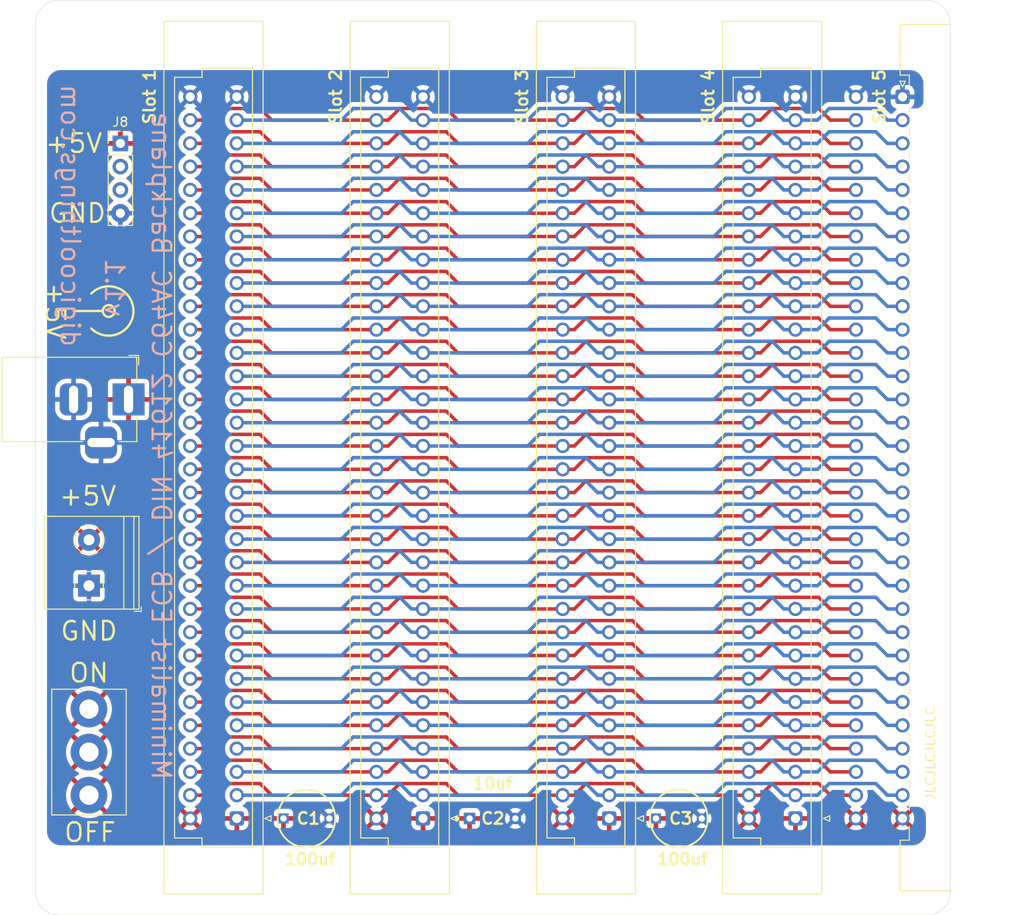
<source format=kicad_pcb>
(kicad_pcb (version 20221018) (generator pcbnew)
  (layers (0 "F.Cu" signal) (31 "B.Cu" signal) (34 "B.Paste" user) (35 "F.Paste" user) (36 "B.SilkS" user "B.Silkscreen") (37 "F.SilkS" user "F.Silkscreen") (38 "B.Mask" user) (39 "F.Mask" user) (44 "Edge.Cuts" user))
  (net 0 "")
  (net 1 "GND")
  (net 2 "RESET")
  (net 3 "MREQ")
  (net 4 "CLK")
  (net 5 "A15")
  (net 6 "A12")
  (net 7 "_RESOUT")
  (net 8 "_HALT")
  (net 9 "RD")
  (net 10 "_A20")
  (net 11 "WR")
  (net 12 "INT")
  (net 13 "NMI")
  (net 14 "_A21")
  (net 15 "_A10")
  (net 16 "_A11")
  (net 17 "_IEO")
  (net 18 "_A31")
  (net 19 "D1")
  (net 20 "_A18")
  (net 21 "_A17")
  (net 22 "_IEI")
  (net 23 "_A16")
  (net 24 "A7")
  (net 25 "A8")
  (net 26 "A1")
  (net 27 "A3")
  (net 28 "A0")
  (net 29 "D2")
  (net 30 "D7")
  (net 31 "D0")
  (net 32 "+5V")
  (net 33 "_BUSAK")
  (net 34 "A9")
  (net 35 "A13")
  (net 36 "_RFSH")
  (net 37 "IORQ")
  (net 38 "_IQ2")
  (net 39 "_IQ1")
  (net 40 "_VBAT")
  (net 41 "_IQ0")
  (net 42 "_A23")
  (net 43 "_A22")
  (net 44 "M1")
  (net 45 "_DEPR3")
  (net 46 "_A14")
  (net 47 "_BAO")
  (net 48 "_A30")
  (net 49 "_DEPR2")
  (net 50 "_A19")
  (net 51 "_DEPR1")
  (net 52 "_BAI")
  (net 53 "_BUSRQ")
  (net 54 "_WAIT")
  (net 55 "A6")
  (net 56 "A5")
  (net 57 "A2")
  (net 58 "D4")
  (net 59 "D3")
  (net 60 "D6")
  (net 61 "D5")
  (net 62 "A4")
  (net 63 "/POWER")
  (net 64 "Net-(J8-Pad3)")
  (net 65 "Net-(J8-Pad2)")
  (footprint "MyCustomFootprintLibrary:DIN41612_C_2x32_C64AC_Female_Vertical_THT" (layer "F.Cu") (at 146.05 142.24 180)
    (fp_text reference "J4" hide)
    (fp_text value "MECB_64AC")
  )
  (footprint "MyCustomFootprintLibrary:DIN41612_C_2x32_C64AC_Female_Vertical_THT" (layer "F.Cu") (at 105.41 142.24 180)
    (fp_text reference "J2" hide)
    (fp_text value "MECB_64AC")
  )
  (footprint "MyCustomFootprintLibrary:DIN41612_C_2x32_C64AC_Female_Vertical_THT" (layer "F.Cu") (at 85.09 142.24 180)
    (fp_text reference "J1" hide)
    (fp_text value "MECB_64AC")
  )
  (footprint "MyCustomFootprintLibrary:DIN41612_C_2x32_C64AC_Female_Vertical_THT" (layer "F.Cu") (at 125.73 142.24 180)
    (fp_text reference "J3" hide)
    (fp_text value "MECB_64AC")
  )
  (footprint "MountingHole:MountingHole_3.2mm_M3" (layer "F.Cu") (at 66.929 148.971)
    (fp_text reference "H2" hide)
    (fp_text value "MountingHole" hide)
  )
  (footprint "MountingHole:MountingHole_3.2mm_M3" (layer "F.Cu") (at 66.929 56.769)
    (fp_text reference "H1" hide)
    (fp_text value "MountingHole" hide)
  )
  (footprint "MountingHole:MountingHole_3.2mm_M3" (layer "F.Cu") (at 113.03 56.769)
    (fp_text reference "H3" hide)
    (fp_text value "MountingHole" hide)
  )
  (footprint "MountingHole:MountingHole_3.2mm_M3" (layer "F.Cu") (at 113.03 148.971)
    (fp_text reference "H4" hide)
    (fp_text value "MountingHole" hide)
  )
  (footprint "MountingHole:MountingHole_3.2mm_M3" (layer "F.Cu") (at 153.289 148.971)
    (fp_text reference "H6" hide)
    (fp_text value "MountingHole" hide)
  )
  (footprint "MyCustomFootprintLibrary:CAPPRD250W50D630H800-5mm" (layer "F.Cu") (at 91.44 142.24)
    (fp_text reference "C1")
    (fp_text value "100uf" hide)
  )
  (footprint "MyCustomFootprintLibrary:CAPPRD250W50D630H800-5mm" (layer "F.Cu") (at 132.08 142.24)
    (fp_text reference "C3")
    (fp_text value "100uf" hide)
  )
  (footprint "Connector_BarrelJack:BarrelJack_Horizontal" (layer "F.Cu") (at 73.279 96.52)
    (fp_text reference "J6" hide)
    (fp_text value "Barrel_Jack_Switch" hide)
  )
  (footprint "TerminalBlock_Philmore:TerminalBlock_Philmore_TB132_1x02_P5.00mm_Horizontal" (layer "F.Cu") (at 68.961 116.84 90)
    (fp_text reference "J7" hide)
    (fp_text value "Screw_Terminal_01x02" hide)
  )
  (footprint "MyCustomFootprintLibrary:Switch-SPST-4.7-lug" (layer "F.Cu") (at 68.961 139.7 -90)
    (fp_text reference "SW1" hide)
    (fp_text value "SW_SPDT" hide)
  )
  (footprint "SamacSys_Parts:FG24" (layer "F.Cu") (at 110.49 142.24)
    (fp_text reference "C2")
    (fp_text value "10uf" hide)
  )
  (footprint "MyCustomFootprintLibrary:DIN41612_C_2x32_C64AC_Female_Horizontal_THT" (layer "F.Cu") (at 157.734 63.5 -90)
    (fp_text reference "J5" hide)
    (fp_text value "MECB_64AC")
  )
  (footprint "MountingHole:MountingHole_3.2mm_M3" (layer "F.Cu") (at 153.289 56.769)
    (fp_text reference "H5" hide)
    (fp_text value "MountingHole" hide)
  )
  (footprint "MyCustomFootprintLibrary:USB_Module_4pin_Header_P2.54mm" (layer "F.Cu") (at 72.39 68.58)
    (fp_text reference "J8")
    (fp_text value "USB_C_Receptacle_Module_4pin")
  )
  (gr_line (start 70.472425 86.868) (end 67.31 86.868) (stroke (width 0.254)) (layer "F.SilkS"))
  (gr_circle (center 71.12 86.868) (end 71.12 86.220425) (stroke (width 0.254)) (fill none) (layer "F.SilkS"))
  (gr_arc (start 69.215001 84.963001) (mid 73.814075 86.868) (end 69.215001 88.772999) (stroke (width 0.254)) (layer "F.SilkS"))
  (gr_line (start 63.119 55.499) (end 63.119 150.241) (stroke (width 0.05)) (layer "Edge.Cuts"))
  (gr_arc (start 63.119 55.499) (mid 63.862949 53.702949) (end 65.659 52.959) (stroke (width 0.05)) (layer "Edge.Cuts"))
  (gr_arc (start 65.659 152.781) (mid 63.862949 152.037051) (end 63.119 150.241) (stroke (width 0.05)) (layer "Edge.Cuts"))
  (gr_arc (start 162.941 150.241) (mid 162.197051 152.037051) (end 160.401 152.781) (stroke (width 0.05)) (layer "Edge.Cuts"))
  (gr_line (start 65.659 152.781) (end 160.401 152.781) (stroke (width 0.05)) (layer "Edge.Cuts"))
  (gr_arc (start 160.401 52.959) (mid 162.197051 53.702949) (end 162.941 55.499) (stroke (width 0.05)) (layer "Edge.Cuts"))
  (gr_line (start 162.941 150.241) (end 162.941 55.499) (stroke (width 0.05)) (layer "Edge.Cuts"))
  (gr_line (start 160.401 52.959) (end 65.659 52.959) (stroke (width 0.05)) (layer "Edge.Cuts"))
  (gr_text "digicoolthings.com" (at 66.929 76.454 -90) (layer "B.SilkS") (effects (font (size 2.032 2.032) (thickness 0.254)) (justify mirror)))
  (gr_text "v1.1" (at 71.755 84.328 -90) (layer "B.SilkS") (effects (font (size 2.032 2.032) (thickness 0.254)) (justify mirror)))
  (gr_text "Minimalist ECB / DIN 41612 C64AC Backplane" (at 76.835 101.6 -90) (layer "B.SilkS") (effects (font (size 2.032 2.032) (thickness 0.254)) (justify mirror)))
  (gr_text "Slot 4" (at 136.525 63.5 90) (layer "F.SilkS") (effects (font (size 1.27 1.27) (thickness 0.254))))
  (gr_text "Slot 3" (at 116.205 63.5 90) (layer "F.SilkS") (effects (font (size 1.27 1.27) (thickness 0.254))))
  (gr_text "Slot 2" (at 95.885 63.5 90) (layer "F.SilkS") (effects (font (size 1.27 1.27) (thickness 0.254))))
  (gr_text "Slot 1" (at 75.565 63.5 90) (layer "F.SilkS") (effects (font (size 1.27 1.27) (thickness 0.254))))
  (gr_text "GND" (at 68.961 121.793) (layer "F.SilkS") (effects (font (size 2.032 2.032) (thickness 0.254))))
  (gr_text "OFF" (at 69.088 143.764) (layer "F.SilkS") (effects (font (size 2.032 2.032) (thickness 0.254))))
  (gr_text "100uf" (at 133.731 146.685) (layer "F.SilkS") (effects (font (size 1.27 1.27) (thickness 0.254))))
  (gr_text "10uf" (at 113.03 138.43) (layer "F.SilkS") (effects (font (size 1.27 1.27) (thickness 0.254))))
  (gr_text "+5V" (at 65.278 86.868 270) (layer "F.SilkS") (effects (font (size 2.032 2.032) (thickness 0.254))))
  (gr_text "+5V" (at 67.31 68.58) (layer "F.SilkS") (effects (font (size 2.032 2.032) (thickness 0.254))))
  (gr_text "GND" (at 67.691 76.2) (layer "F.SilkS") (effects (font (size 2.032 2.032) (thickness 0.254))))
  (gr_text "Slot 5" (at 155.194 63.5 90) (layer "F.SilkS") (effects (font (size 1.27 1.27) (thickness 0.254))))
  (gr_text "JLCJLCJLCJLC" (at 160.782 135.128 90) (layer "F.SilkS") (effects (font (size 1 1))))
  (gr_text "ON" (at 68.961 126.365) (layer "F.SilkS") (effects (font (size 2.032 2.032) (thickness 0.254))))
  (gr_text "+5V" (at 68.834 107.061) (layer "F.SilkS") (effects (font (size 2.032 2.032) (thickness 0.254))))
  (gr_text "100uf" (at 93.091 146.685) (layer "F.SilkS") (effects (font (size 1.27 1.27) (thickness 0.254))))
  (segment (start 101.6 66.04) (end 102.87 64.77) (width 0.381) (layer "F.Cu") (net 2))
  (segment (start 107.95 64.77) (end 109.22 66.04) (width 0.381) (layer "F.Cu") (net 2))
  (segment (start 102.87 64.77) (end 107.95 64.77) (width 0.381) (layer "F.Cu") (net 2))
  (segment (start 100.33 66.04) (end 101.6 66.04) (width 0.381) (layer "F.Cu") (net 2))
  (segment (start 109.22 66.04) (end 120.65 66.04) (width 0.381) (layer "F.Cu") (net 2))
  (segment (start 121.92 66.04) (end 123.19 64.77) (width 0.381) (layer "F.Cu") (net 2))
  (segment (start 120.65 66.04) (end 121.92 66.04) (width 0.381) (layer "F.Cu") (net 2))
  (segment (start 128.27 64.77) (end 129.54 66.04) (width 0.381) (layer "F.Cu") (net 2))
  (segment (start 123.19 64.77) (end 128.27 64.77) (width 0.381) (layer "F.Cu") (net 2))
  (segment (start 129.54 66.04) (end 140.97 66.04) (width 0.381) (layer "F.Cu") (net 2))
  (segment (start 143.51 64.77) (end 148.59 64.77) (width 0.381) (layer "F.Cu") (net 2))
  (segment (start 80.01 66.04) (end 81.28 66.04) (width 0.381) (layer "F.Cu") (net 2))
  (segment (start 142.24 66.04) (end 143.51 64.77) (width 0.381) (layer "F.Cu") (net 2))
  (segment (start 140.97 66.04) (end 142.24 66.04) (width 0.381) (layer "F.Cu") (net 2))
  (segment (start 81.28 66.04) (end 82.55 64.77) (width 0.381) (layer "F.Cu") (net 2))
  (segment (start 82.55 64.77) (end 87.63 64.77) (width 0.381) (layer "F.Cu") (net 2))
  (segment (start 148.59 64.77) (end 149.86 66.04) (width 0.381) (layer "F.Cu") (net 2))
  (segment (start 149.86 66.04) (end 152.654 66.04) (width 0.381) (layer "F.Cu") (net 2))
  (segment (start 87.63 64.77) (end 88.9 66.04) (width 0.381) (layer "F.Cu") (net 2))
  (segment (start 88.9 66.04) (end 100.33 66.04) (width 0.381) (layer "F.Cu") (net 2))
  (segment (start 107.95 67.31) (end 109.22 68.58) (width 0.381) (layer "F.Cu") (net 3))
  (segment (start 101.6 68.58) (end 102.87 67.31) (width 0.381) (layer "F.Cu") (net 3))
  (segment (start 102.87 67.31) (end 107.95 67.31) (width 0.381) (layer "F.Cu") (net 3))
  (segment (start 109.22 68.58) (end 120.65 68.58) (width 0.381) (layer "F.Cu") (net 3))
  (segment (start 100.33 68.58) (end 101.6 68.58) (width 0.381) (layer "F.Cu") (net 3))
  (segment (start 120.65 68.58) (end 121.92 68.58) (width 0.381) (layer "F.Cu") (net 3))
  (segment (start 123.19 67.31) (end 128.27 67.31) (width 0.381) (layer "F.Cu") (net 3))
  (segment (start 129.54 68.58) (end 140.97 68.58) (width 0.381) (layer "F.Cu") (net 3))
  (segment (start 128.27 67.31) (end 129.54 68.58) (width 0.381) (layer "F.Cu") (net 3))
  (segment (start 121.92 68.58) (end 123.19 67.31) (width 0.381) (layer "F.Cu") (net 3))
  (segment (start 142.24 68.58) (end 143.51 67.31) (width 0.381) (layer "F.Cu") (net 3))
  (segment (start 87.63 67.31) (end 88.9 68.58) (width 0.381) (layer "F.Cu") (net 3))
  (segment (start 140.97 68.58) (end 142.24 68.58) (width 0.381) (layer "F.Cu") (net 3))
  (segment (start 82.55 67.31) (end 87.63 67.31) (width 0.381) (layer "F.Cu") (net 3))
  (segment (start 148.59 67.31) (end 149.86 68.58) (width 0.381) (layer "F.Cu") (net 3))
  (segment (start 81.28 68.58) (end 82.55 67.31) (width 0.381) (layer "F.Cu") (net 3))
  (segment (start 143.51 67.31) (end 148.59 67.31) (width 0.381) (layer "F.Cu") (net 3))
  (segment (start 88.9 68.58) (end 100.33 68.58) (width 0.381) (layer "F.Cu") (net 3))
  (segment (start 149.86 68.58) (end 152.654 68.58) (width 0.381) (layer "F.Cu") (net 3))
  (segment (start 80.01 68.58) (end 81.28 68.58) (width 0.381) (layer "F.Cu") (net 3))
  (segment (start 87.63 69.85) (end 88.9 71.12) (width 0.381) (layer "F.Cu") (net 4))
  (segment (start 81.28 71.12) (end 82.55 69.85) (width 0.381) (layer "F.Cu") (net 4))
  (segment (start 82.55 69.85) (end 87.63 69.85) (width 0.381) (layer "F.Cu") (net 4))
  (segment (start 88.9 71.12) (end 100.33 71.12) (width 0.381) (layer "F.Cu") (net 4))
  (segment (start 80.01 71.12) (end 81.28 71.12) (width 0.381) (layer "F.Cu") (net 4))
  (segment (start 109.22 71.12) (end 120.65 71.12) (width 0.381) (layer "F.Cu") (net 4))
  (segment (start 107.95 69.85) (end 109.22 71.12) (width 0.381) (layer "F.Cu") (net 4))
  (segment (start 101.6 71.12) (end 102.87 69.85) (width 0.381) (layer "F.Cu") (net 4))
  (segment (start 102.87 69.85) (end 107.95 69.85) (width 0.381) (layer "F.Cu") (net 4))
  (segment (start 100.33 71.12) (end 101.6 71.12) (width 0.381) (layer "F.Cu") (net 4))
  (segment (start 129.54 71.12) (end 140.97 71.12) (width 0.381) (layer "F.Cu") (net 4))
  (segment (start 123.19 69.85) (end 128.27 69.85) (width 0.381) (layer "F.Cu") (net 4))
  (segment (start 121.92 71.12) (end 123.19 69.85) (width 0.381) (layer "F.Cu") (net 4))
  (segment (start 128.27 69.85) (end 129.54 71.12) (width 0.381) (layer "F.Cu") (net 4))
  (segment (start 120.65 71.12) (end 121.92 71.12) (width 0.381) (layer "F.Cu") (net 4))
  (segment (start 143.51 69.85) (end 148.59 69.85) (width 0.381) (layer "F.Cu") (net 4))
  (segment (start 149.86 71.12) (end 152.654 71.12) (width 0.381) (layer "F.Cu") (net 4))
  (segment (start 140.97 71.12) (end 142.24 71.12) (width 0.381) (layer "F.Cu") (net 4))
  (segment (start 142.24 71.12) (end 143.51 69.85) (width 0.381) (layer "F.Cu") (net 4))
  (segment (start 148.59 69.85) (end 149.86 71.12) (width 0.381) (layer "F.Cu") (net 4))
  (segment (start 88.9 73.66) (end 100.33 73.66) (width 0.381) (layer "F.Cu") (net 5))
  (segment (start 87.63 72.39) (end 88.9 73.66) (width 0.381) (layer "F.Cu") (net 5))
  (segment (start 81.28 73.66) (end 82.55 72.39) (width 0.381) (layer "F.Cu") (net 5))
  (segment (start 82.55 72.39) (end 87.63 72.39) (width 0.381) (layer "F.Cu") (net 5))
  (segment (start 80.01 73.66) (end 81.28 73.66) (width 0.381) (layer "F.Cu") (net 5))
  (segment (start 100.33 73.66) (end 101.6 73.66) (width 0.381) (layer "F.Cu") (net 5))
  (segment (start 101.6 73.66) (end 102.87 72.39) (width 0.381) (layer "F.Cu") (net 5))
  (segment (start 102.87 72.39) (end 107.95 72.39) (width 0.381) (layer "F.Cu") (net 5))
  (segment (start 107.95 72.39) (end 109.22 73.66) (width 0.381) (layer "F.Cu") (net 5))
  (segment (start 109.22 73.66) (end 120.65 73.66) (width 0.381) (layer "F.Cu") (net 5))
  (segment (start 128.27 72.39) (end 129.54 73.66) (width 0.381) (layer "F.Cu") (net 5))
  (segment (start 120.65 73.66) (end 121.92 73.66) (width 0.381) (layer "F.Cu") (net 5))
  (segment (start 121.92 73.66) (end 123.19 72.39) (width 0.381) (layer "F.Cu") (net 5))
  (segment (start 123.19 72.39) (end 128.27 72.39) (width 0.381) (layer "F.Cu") (net 5))
  (segment (start 129.54 73.66) (end 140.97 73.66) (width 0.381) (layer "F.Cu") (net 5))
  (segment (start 143.51 72.39) (end 148.59 72.39) (width 0.381) (layer "F.Cu") (net 5))
  (segment (start 140.97 73.66) (end 142.24 73.66) (width 0.381) (layer "F.Cu") (net 5))
  (segment (start 149.86 73.66) (end 152.654 73.66) (width 0.381) (layer "F.Cu") (net 5))
  (segment (start 142.24 73.66) (end 143.51 72.39) (width 0.381) (layer "F.Cu") (net 5))
  (segment (start 148.59 72.39) (end 149.86 73.66) (width 0.381) (layer "F.Cu") (net 5))
  (segment (start 80.01 76.2) (end 81.28 76.2) (width 0.381) (layer "F.Cu") (net 6))
  (segment (start 81.28 76.2) (end 82.55 74.93) (width 0.381) (layer "F.Cu") (net 6))
  (segment (start 82.55 74.93) (end 87.63 74.93) (width 0.381) (layer "F.Cu") (net 6))
  (segment (start 87.63 74.93) (end 88.9 76.2) (width 0.381) (layer "F.Cu") (net 6))
  (segment (start 88.9 76.2) (end 100.33 76.2) (width 0.381) (layer "F.Cu") (net 6))
  (segment (start 101.6 76.2) (end 102.87 74.93) (width 0.381) (layer "F.Cu") (net 6))
  (segment (start 102.87 74.93) (end 107.95 74.93) (width 0.381) (layer "F.Cu") (net 6))
  (segment (start 107.95 74.93) (end 109.22 76.2) (width 0.381) (layer "F.Cu") (net 6))
  (segment (start 109.22 76.2) (end 120.65 76.2) (width 0.381) (layer "F.Cu") (net 6))
  (segment (start 100.33 76.2) (end 101.6 76.2) (width 0.381) (layer "F.Cu") (net 6))
  (segment (start 121.92 76.2) (end 123.19 74.93) (width 0.381) (layer "F.Cu") (net 6))
  (segment (start 129.54 76.2) (end 140.97 76.2) (width 0.381) (layer "F.Cu") (net 6))
  (segment (start 128.27 74.93) (end 129.54 76.2) (width 0.381) (layer "F.Cu") (net 6))
  (segment (start 123.19 74.93) (end 128.27 74.93) (width 0.381) (layer "F.Cu") (net 6))
  (segment (start 120.65 76.2) (end 121.92 76.2) (width 0.381) (layer "F.Cu") (net 6))
  (segment (start 140.97 76.2) (end 142.24 76.2) (width 0.381) (layer "F.Cu") (net 6))
  (segment (start 148.59 74.93) (end 149.86 76.2) (width 0.381) (layer "F.Cu") (net 6))
  (segment (start 143.51 74.93) (end 148.59 74.93) (width 0.381) (layer "F.Cu") (net 6))
  (segment (start 142.24 76.2) (end 143.51 74.93) (width 0.381) (layer "F.Cu") (net 6))
  (segment (start 149.86 76.2) (end 152.654 76.2) (width 0.381) (layer "F.Cu") (net 6))
  (segment (start 81.28 78.74) (end 82.55 77.47) (width 0.381) (layer "F.Cu") (net 7))
  (segment (start 82.55 77.47) (end 87.63 77.47) (width 0.381) (layer "F.Cu") (net 7))
  (segment (start 87.63 77.47) (end 88.9 78.74) (width 0.381) (layer "F.Cu") (net 7))
  (segment (start 88.9 78.74) (end 100.33 78.74) (width 0.381) (layer "F.Cu") (net 7))
  (segment (start 80.01 78.74) (end 81.28 78.74) (width 0.381) (layer "F.Cu") (net 7))
  (segment (start 102.87 77.47) (end 107.95 77.47) (width 0.381) (layer "F.Cu") (net 7))
  (segment (start 107.95 77.47) (end 109.22 78.74) (width 0.381) (layer "F.Cu") (net 7))
  (segment (start 109.22 78.74) (end 120.65 78.74) (width 0.381) (layer "F.Cu") (net 7))
  (segment (start 100.33 78.74) (end 101.6 78.74) (width 0.381) (layer "F.Cu") (net 7))
  (segment (start 101.6 78.74) (end 102.87 77.47) (width 0.381) (layer "F.Cu") (net 7))
  (segment (start 123.19 77.47) (end 128.27 77.47) (width 0.381) (layer "F.Cu") (net 7))
  (segment (start 129.54 78.74) (end 140.97 78.74) (width 0.381) (layer "F.Cu") (net 7))
  (segment (start 128.27 77.47) (end 129.54 78.74) (width 0.381) (layer "F.Cu") (net 7))
  (segment (start 120.65 78.74) (end 121.92 78.74) (width 0.381) (layer "F.Cu") (net 7))
  (segment (start 121.92 78.74) (end 123.19 77.47) (width 0.381) (layer "F.Cu") (net 7))
  (segment (start 143.51 77.47) (end 148.59 77.47) (width 0.381) (layer "F.Cu") (net 7))
  (segment (start 149.86 78.74) (end 152.654 78.74) (width 0.381) (layer "F.Cu") (net 7))
  (segment (start 140.97 78.74) (end 142.24 78.74) (width 0.381) (layer "F.Cu") (net 7))
  (segment (start 142.24 78.74) (end 143.51 77.47) (width 0.381) (layer "F.Cu") (net 7))
  (segment (start 148.59 77.47) (end 149.86 78.74) (width 0.381) (layer "F.Cu") (net 7))
  (segment (start 82.55 80.01) (end 87.63 80.01) (width 0.381) (layer "F.Cu") (net 8))
  (segment (start 87.63 80.01) (end 88.9 81.28) (width 0.381) (layer "F.Cu") (net 8))
  (segment (start 88.9 81.28) (end 100.33 81.28) (width 0.381) (layer "F.Cu") (net 8))
  (segment (start 80.01 81.28) (end 81.28 81.28) (width 0.381) (layer "F.Cu") (net 8))
  (segment (start 81.28 81.28) (end 82.55 80.01) (width 0.381) (layer "F.Cu") (net 8))
  (segment (start 101.6 81.28) (end 102.87 80.01) (width 0.381) (layer "F.Cu") (net 8))
  (segment (start 107.95 80.01) (end 109.22 81.28) (width 0.381) (layer "F.Cu") (net 8))
  (segment (start 100.33 81.28) (end 101.6 81.28) (width 0.381) (layer "F.Cu") (net 8))
  (segment (start 109.22 81.28) (end 120.65 81.28) (width 0.381) (layer "F.Cu") (net 8))
  (segment (start 102.87 80.01) (end 107.95 80.01) (width 0.381) (layer "F.Cu") (net 8))
  (segment (start 120.65 81.28) (end 121.92 81.28) (width 0.381) (layer "F.Cu") (net 8))
  (segment (start 128.27 80.01) (end 129.54 81.28) (width 0.381) (layer "F.Cu") (net 8))
  (segment (start 121.92 81.28) (end 123.19 80.01) (width 0.381) (layer "F.Cu") (net 8))
  (segment (start 129.54 81.28) (end 140.97 81.28) (width 0.381) (layer "F.Cu") (net 8))
  (segment (start 123.19 80.01) (end 128.27 80.01) (width 0.381) (layer "F.Cu") (net 8))
  (segment (start 148.59 80.01) (end 149.86 81.28) (width 0.381) (layer "F.Cu") (net 8))
  (segment (start 143.51 80.01) (end 148.59 80.01) (width 0.381) (layer "F.Cu") (net 8))
  (segment (start 149.86 81.28) (end 152.654 81.28) (width 0.381) (layer "F.Cu") (net 8))
  (segment (start 142.24 81.28) (end 143.51 80.01) (width 0.381) (layer "F.Cu") (net 8))
  (segment (start 140.97 81.28) (end 142.24 81.28) (width 0.381) (layer "F.Cu") (net 8))
  (segment (start 81.28 83.82) (end 82.55 82.55) (width 0.381) (layer "F.Cu") (net 9))
  (segment (start 87.63 82.55) (end 88.9 83.82) (width 0.381) (layer "F.Cu") (net 9))
  (segment (start 80.01 83.82) (end 81.28 83.82) (width 0.381) (layer "F.Cu") (net 9))
  (segment (start 88.9 83.82) (end 100.33 83.82) (width 0.381) (layer "F.Cu") (net 9))
  (segment (start 82.55 82.55) (end 87.63 82.55) (width 0.381) (layer "F.Cu") (net 9))
  (segment (start 109.22 83.82) (end 120.65 83.82) (width 0.381) (layer "F.Cu") (net 9))
  (segment (start 100.33 83.82) (end 101.6 83.82) (width 0.381) (layer "F.Cu") (net 9))
  (segment (start 107.95 82.55) (end 109.22 83.82) (width 0.381) (layer "F.Cu") (net 9))
  (segment (start 102.87 82.55) (end 107.95 82.55) (width 0.381) (layer "F.Cu") (net 9))
  (segment (start 101.6 83.82) (end 102.87 82.55) (width 0.381) (layer "F.Cu") (net 9))
  (segment (start 123.19 82.55) (end 128.27 82.55) (width 0.381) (layer "F.Cu") (net 9))
  (segment (start 129.54 83.82) (end 140.97 83.82) (width 0.381) (layer "F.Cu") (net 9))
  (segment (start 128.27 82.55) (end 129.54 83.82) (width 0.381) (layer "F.Cu") (net 9))
  (segment (start 120.65 83.82) (end 121.92 83.82) (width 0.381) (layer "F.Cu") (net 9))
  (segment (start 121.92 83.82) (end 123.19 82.55) (width 0.381) (layer "F.Cu") (net 9))
  (segment (start 140.97 83.82) (end 142.24 83.82) (width 0.381) (layer "F.Cu") (net 9))
  (segment (start 142.24 83.82) (end 143.51 82.55) (width 0.381) (layer "F.Cu") (net 9))
  (segment (start 148.59 82.55) (end 149.86 83.82) (width 0.381) (layer "F.Cu") (net 9))
  (segment (start 149.86 83.82) (end 152.654 83.82) (width 0.381) (layer "F.Cu") (net 9))
  (segment (start 143.51 82.55) (end 148.59 82.55) (width 0.381) (layer "F.Cu") (net 9))
  (segment (start 88.9 86.36) (end 100.33 86.36) (width 0.381) (layer "F.Cu") (net 10))
  (segment (start 80.01 86.36) (end 81.28 86.36) (width 0.381) (layer "F.Cu") (net 10))
  (segment (start 87.63 85.09) (end 88.9 86.36) (width 0.381) (layer "F.Cu") (net 10))
  (segment (start 82.55 85.09) (end 87.63 85.09) (width 0.381) (layer "F.Cu") (net 10))
  (segment (start 81.28 86.36) (end 82.55 85.09) (width 0.381) (layer "F.Cu") (net 10))
  (segment (start 107.95 85.09) (end 109.22 86.36) (width 0.381) (layer "F.Cu") (net 10))
  (segment (start 100.33 86.36) (end 101.6 86.36) (width 0.381) (layer "F.Cu") (net 10))
  (segment (start 101.6 86.36) (end 102.87 85.09) (width 0.381) (layer "F.Cu") (net 10))
  (segment (start 102.87 85.09) (end 107.95 85.09) (width 0.381) (layer "F.Cu") (net 10))
  (segment (start 109.22 86.36) (end 120.65 86.36) (width 0.381) (layer "F.Cu") (net 10))
  (segment (start 120.65 86.36) (end 121.92 86.36) (width 0.381) (layer "F.Cu") (net 10))
  (segment (start 121.92 86.36) (end 123.19 85.09) (width 0.381) (layer "F.Cu") (net 10))
  (segment (start 123.19 85.09) (end 128.27 85.09) (width 0.381) (layer "F.Cu") (net 10))
  (segment (start 128.27 85.09) (end 129.54 86.36) (width 0.381) (layer "F.Cu") (net 10))
  (segment (start 129.54 86.36) (end 140.97 86.36) (width 0.381) (layer "F.Cu") (net 10))
  (segment (start 148.59 85.09) (end 149.86 86.36) (width 0.381) (layer "F.Cu") (net 10))
  (segment (start 149.86 86.36) (end 152.654 86.36) (width 0.381) (layer "F.Cu") (net 10))
  (segment (start 140.97 86.36) (end 142.24 86.36) (width 0.381) (layer "F.Cu") (net 10))
  (segment (start 142.24 86.36) (end 143.51 85.09) (width 0.381) (layer "F.Cu") (net 10))
  (segment (start 143.51 85.09) (end 148.59 85.09) (width 0.381) (layer "F.Cu") (net 10))
  (segment (start 87.63 87.63) (end 88.9 88.9) (width 0.381) (layer "F.Cu") (net 11))
  (segment (start 80.01 88.9) (end 81.28 88.9) (width 0.381) (layer "F.Cu") (net 11))
  (segment (start 81.28 88.9) (end 82.55 87.63) (width 0.381) (layer "F.Cu") (net 11))
  (segment (start 82.55 87.63) (end 87.63 87.63) (width 0.381) (layer "F.Cu") (net 11))
  (segment (start 88.9 88.9) (end 100.33 88.9) (width 0.381) (layer "F.Cu") (net 11))
  (segment (start 101.6 88.9) (end 102.87 87.63) (width 0.381) (layer "F.Cu") (net 11))
  (segment (start 100.33 88.9) (end 101.6 88.9) (width 0.381) (layer "F.Cu") (net 11))
  (segment (start 109.22 88.9) (end 120.65 88.9) (width 0.381) (layer "F.Cu") (net 11))
  (segment (start 102.87 87.63) (end 107.95 87.63) (width 0.381) (layer "F.Cu") (net 11))
  (segment (start 107.95 87.63) (end 109.22 88.9) (width 0.381) (layer "F.Cu") (net 11))
  (segment (start 129.54 88.9) (end 140.97 88.9) (width 0.381) (layer "F.Cu") (net 11))
  (segment (start 123.19 87.63) (end 128.27 87.63) (width 0.381) (layer "F.Cu") (net 11))
  (segment (start 121.92 88.9) (end 123.19 87.63) (width 0.381) (layer "F.Cu") (net 11))
  (segment (start 120.65 88.9) (end 121.92 88.9) (width 0.381) (layer "F.Cu") (net 11))
  (segment (start 128.27 87.63) (end 129.54 88.9) (width 0.381) (layer "F.Cu") (net 11))
  (segment (start 149.86 88.9) (end 152.654 88.9) (width 0.381) (layer "F.Cu") (net 11))
  (segment (start 140.97 88.9) (end 142.24 88.9) (width 0.381) (layer "F.Cu") (net 11))
  (segment (start 148.59 87.63) (end 149.86 88.9) (width 0.381) (layer "F.Cu") (net 11))
  (segment (start 143.51 87.63) (end 148.59 87.63) (width 0.381) (layer "F.Cu") (net 11))
  (segment (start 142.24 88.9) (end 143.51 87.63) (width 0.381) (layer "F.Cu") (net 11))
  (segment (start 81.28 91.44) (end 82.55 90.17) (width 0.381) (layer "F.Cu") (net 12))
  (segment (start 80.01 91.44) (end 81.28 91.44) (width 0.381) (layer "F.Cu") (net 12))
  (segment (start 88.9 91.44) (end 100.33 91.44) (width 0.381) (layer "F.Cu") (net 12))
  (segment (start 82.55 90.17) (end 87.63 90.17) (width 0.381) (layer "F.Cu") (net 12))
  (segment (start 87.63 90.17) (end 88.9 91.44) (width 0.381) (layer "F.Cu") (net 12))
  (segment (start 100.33 91.44) (end 101.6 91.44) (width 0.381) (layer "F.Cu") (net 12))
  (segment (start 109.22 91.44) (end 120.65 91.44) (width 0.381) (layer "F.Cu") (net 12))
  (segment (start 107.95 90.17) (end 109.22 91.44) (width 0.381) (layer "F.Cu") (net 12))
  (segment (start 102.87 90.17) (end 107.95 90.17) (width 0.381) (layer "F.Cu") (net 12))
  (segment (start 101.6 91.44) (end 102.87 90.17) (width 0.381) (layer "F.Cu") (net 12))
  (segment (start 120.65 91.44) (end 121.92 91.44) (width 0.381) (layer "F.Cu") (net 12))
  (segment (start 128.27 90.17) (end 129.54 91.44) (width 0.381) (layer "F.Cu") (net 12))
  (segment (start 123.19 90.17) (end 128.27 90.17) (width 0.381) (layer "F.Cu") (net 12))
  (segment (start 129.54 91.44) (end 140.97 91.44) (width 0.381) (layer "F.Cu") (net 12))
  (segment (start 121.92 91.44) (end 123.19 90.17) (width 0.381) (layer "F.Cu") (net 12))
  (segment (start 140.97 91.44) (end 142.24 91.44) (width 0.381) (layer "F.Cu") (net 12))
  (segment (start 143.51 90.17) (end 148.59 90.17) (width 0.381) (layer "F.Cu") (net 12))
  (segment (start 148.59 90.17) (end 149.86 91.44) (width 0.381) (layer "F.Cu") (net 12))
  (segment (start 149.86 91.44) (end 152.654 91.44) (width 0.381) (layer "F.Cu") (net 12))
  (segment (start 142.24 91.44) (end 143.51 90.17) (width 0.381) (layer "F.Cu") (net 12))
  (segment (start 80.01 93.98) (end 81.28 93.98) (width 0.381) (layer "F.Cu") (net 13))
  (segment (start 88.9 93.98) (end 100.33 93.98) (width 0.381) (layer "F.Cu") (net 13))
  (segment (start 87.63 92.71) (end 88.9 93.98) (width 0.381) (layer "F.Cu") (net 13))
  (segment (start 82.55 92.71) (end 87.63 92.71) (width 0.381) (layer "F.Cu") (net 13))
  (segment (start 81.28 93.98) (end 82.55 92.71) (width 0.381) (layer "F.Cu") (net 13))
  (segment (start 109.22 93.98) (end 120.65 93.98) (width 0.381) (layer "F.Cu") (net 13))
  (segment (start 107.95 92.71) (end 109.22 93.98) (width 0.381) (layer "F.Cu") (net 13))
  (segment (start 102.87 92.71) (end 107.95 92.71) (width 0.381) (layer "F.Cu") (net 13))
  (segment (start 101.6 93.98) (end 102.87 92.71) (width 0.381) (layer "F.Cu") (net 13))
  (segment (start 100.33 93.98) (end 101.6 93.98) (width 0.381) (layer "F.Cu") (net 13))
  (segment (start 121.92 93.98) (end 123.19 92.71) (width 0.381) (layer "F.Cu") (net 13))
  (segment (start 129.54 93.98) (end 140.97 93.98) (width 0.381) (layer "F.Cu") (net 13))
  (segment (start 123.19 92.71) (end 128.27 92.71) (width 0.381) (layer "F.Cu") (net 13))
  (segment (start 128.27 92.71) (end 129.54 93.98) (width 0.381) (layer "F.Cu") (net 13))
  (segment (start 120.65 93.98) (end 121.92 93.98) (width 0.381) (layer "F.Cu") (net 13))
  (segment (start 140.97 93.98) (end 142.24 93.98) (width 0.381) (layer "F.Cu") (net 13))
  (segment (start 149.86 93.98) (end 152.654 93.98) (width 0.381) (layer "F.Cu") (net 13))
  (segment (start 142.24 93.98) (end 143.51 92.71) (width 0.381) (layer "F.Cu") (net 13))
  (segment (start 143.51 92.71) (end 148.59 92.71) (width 0.381) (layer "F.Cu") (net 13))
  (segment (start 148.59 92.71) (end 149.86 93.98) (width 0.381) (layer "F.Cu") (net 13))
  (segment (start 88.9 96.52) (end 100.33 96.52) (width 0.381) (layer "F.Cu") (net 14))
  (segment (start 87.63 95.25) (end 88.9 96.52) (width 0.381) (layer "F.Cu") (net 14))
  (segment (start 82.55 95.25) (end 87.63 95.25) (width 0.381) (layer "F.Cu") (net 14))
  (segment (start 81.28 96.52) (end 82.55 95.25) (width 0.381) (layer "F.Cu") (net 14))
  (segment (start 80.01 96.52) (end 81.28 96.52) (width 0.381) (layer "F.Cu") (net 14))
  (segment (start 100.33 96.52) (end 101.6 96.52) (width 0.381) (layer "F.Cu") (net 14))
  (segment (start 107.95 95.25) (end 109.22 96.52) (width 0.381) (layer "F.Cu") (net 14))
  (segment (start 102.87 95.25) (end 107.95 95.25) (width 0.381) (layer "F.Cu") (net 14))
  (segment (start 101.6 96.52) (end 102.87 95.25) (width 0.381) (layer "F.Cu") (net 14))
  (segment (start 109.22 96.52) (end 120.65 96.52) (width 0.381) (layer "F.Cu") (net 14))
  (segment (start 120.65 96.52) (end 121.92 96.52) (width 0.381) (layer "F.Cu") (net 14))
  (segment (start 121.92 96.52) (end 123.19 95.25) (width 0.381) (layer "F.Cu") (net 14))
  (segment (start 128.27 95.25) (end 129.54 96.52) (width 0.381) (layer "F.Cu") (net 14))
  (segment (start 123.19 95.25) (end 128.27 95.25) (width 0.381) (layer "F.Cu") (net 14))
  (segment (start 129.54 96.52) (end 140.97 96.52) (width 0.381) (layer "F.Cu") (net 14))
  (segment (start 149.86 96.52) (end 152.654 96.52) (width 0.381) (layer "F.Cu") (net 14))
  (segment (start 143.51 95.25) (end 148.59 95.25) (width 0.381) (layer "F.Cu") (net 14))
  (segment (start 148.59 95.25) (end 149.86 96.52) (width 0.381) (layer "F.Cu") (net 14))
  (segment (start 140.97 96.52) (end 142.24 96.52) (width 0.381) (layer "F.Cu") (net 14))
  (segment (start 142.24 96.52) (end 143.51 95.25) (width 0.381) (layer "F.Cu") (net 14))
  (segment (start 80.01 99.06) (end 81.28 99.06) (width 0.381) (layer "F.Cu") (net 15))
  (segment (start 87.63 97.79) (end 88.9 99.06) (width 0.381) (layer "F.Cu") (net 15))
  (segment (start 82.55 97.79) (end 87.63 97.79) (width 0.381) (layer "F.Cu") (net 15))
  (segment (start 81.28 99.06) (end 82.55 97.79) (width 0.381) (layer "F.Cu") (net 15))
  (segment (start 88.9 99.06) (end 100.33 99.06) (width 0.381) (layer "F.Cu") (net 15))
  (segment (start 102.87 97.79) (end 107.95 97.79) (width 0.381) (layer "F.Cu") (net 15))
  (segment (start 109.22 99.06) (end 120.65 99.06) (width 0.381) (layer "F.Cu") (net 15))
  (segment (start 107.95 97.79) (end 109.22 99.06) (width 0.381) (layer "F.Cu") (net 15))
  (segment (start 101.6 99.06) (end 102.87 97.79) (width 0.381) (layer "F.Cu") (net 15))
  (segment (start 100.33 99.06) (end 101.6 99.06) (width 0.381) (layer "F.Cu") (net 15))
  (segment (start 121.92 99.06) (end 123.19 97.79) (width 0.381) (layer "F.Cu") (net 15))
  (segment (start 123.19 97.79) (end 128.27 97.79) (width 0.381) (layer "F.Cu") (net 15))
  (segment (start 128.27 97.79) (end 129.54 99.06) (width 0.381) (layer "F.Cu") (net 15))
  (segment (start 129.54 99.06) (end 140.97 99.06) (width 0.381) (layer "F.Cu") (net 15))
  (segment (start 120.65 99.06) (end 121.92 99.06) (width 0.381) (layer "F.Cu") (net 15))
  (segment (start 149.86 99.06) (end 152.654 99.06) (width 0.381) (layer "F.Cu") (net 15))
  (segment (start 140.97 99.06) (end 142.24 99.06) (width 0.381) (layer "F.Cu") (net 15))
  (segment (start 148.59 97.79) (end 149.86 99.06) (width 0.381) (layer "F.Cu") (net 15))
  (segment (start 143.51 97.79) (end 148.59 97.79) (width 0.381) (layer "F.Cu") (net 15))
  (segment (start 142.24 99.06) (end 143.51 97.79) (width 0.381) (layer "F.Cu") (net 15))
  (segment (start 82.55 100.33) (end 87.63 100.33) (width 0.381) (layer "F.Cu") (net 16))
  (segment (start 88.9 101.6) (end 100.33 101.6) (width 0.381) (layer "F.Cu") (net 16))
  (segment (start 87.63 100.33) (end 88.9 101.6) (width 0.381) (layer "F.Cu") (net 16))
  (segment (start 81.28 101.6) (end 82.55 100.33) (width 0.381) (layer "F.Cu") (net 16))
  (segment (start 80.01 101.6) (end 81.28 101.6) (width 0.381) (layer "F.Cu") (net 16))
  (segment (start 107.95 100.33) (end 109.22 101.6) (width 0.381) (layer "F.Cu") (net 16))
  (segment (start 109.22 101.6) (end 120.65 101.6) (width 0.381) (layer "F.Cu") (net 16))
  (segment (start 100.33 101.6) (end 101.6 101.6) (width 0.381) (layer "F.Cu") (net 16))
  (segment (start 101.6 101.6) (end 102.87 100.33) (width 0.381) (layer "F.Cu") (net 16))
  (segment (start 102.87 100.33) (end 107.95 100.33) (width 0.381) (layer "F.Cu") (net 16))
  (segment (start 120.65 101.6) (end 121.92 101.6) (width 0.381) (layer "F.Cu") (net 16))
  (segment (start 128.27 100.33) (end 129.54 101.6) (width 0.381) (layer "F.Cu") (net 16))
  (segment (start 121.92 101.6) (end 123.19 100.33) (width 0.381) (layer "F.Cu") (net 16))
  (segment (start 129.54 101.6) (end 140.97 101.6) (width 0.381) (layer "F.Cu") (net 16))
  (segment (start 123.19 100.33) (end 128.27 100.33) (width 0.381) (layer "F.Cu") (net 16))
  (segment (start 140.97 101.6) (end 142.24 101.6) (width 0.381) (layer "F.Cu") (net 16))
  (segment (start 143.51 100.33) (end 148.59 100.33) (width 0.381) (layer "F.Cu") (net 16))
  (segment (start 149.86 101.6) (end 152.654 101.6) (width 0.381) (layer "F.Cu") (net 16))
  (segment (start 148.59 100.33) (end 149.86 101.6) (width 0.381) (layer "F.Cu") (net 16))
  (segment (start 142.24 101.6) (end 143.51 100.33) (width 0.381) (layer "F.Cu") (net 16))
  (segment (start 87.63 102.87) (end 88.9 104.14) (width 0.381) (layer "F.Cu") (net 17))
  (segment (start 88.9 104.14) (end 100.33 104.14) (width 0.381) (layer "F.Cu") (net 17))
  (segment (start 80.01 104.14) (end 81.28 104.14) (width 0.381) (layer "F.Cu") (net 17))
  (segment (start 81.28 104.14) (end 82.55 102.87) (width 0.381) (layer "F.Cu") (net 17))
  (segment (start 82.55 102.87) (end 87.63 102.87) (width 0.381) (layer "F.Cu") (net 17))
  (segment (start 109.22 104.14) (end 120.65 104.14) (width 0.381) (layer "F.Cu") (net 17))
  (segment (start 100.33 104.14) (end 101.6 104.14) (width 0.381) (layer "F.Cu") (net 17))
  (segment (start 102.87 102.87) (end 107.95 102.87) (width 0.381) (layer "F.Cu") (net 17))
  (segment (start 101.6 104.14) (end 102.87 102.87) (width 0.381) (layer "F.Cu") (net 17))
  (segment (start 107.95 102.87) (end 109.22 104.14) (width 0.381) (layer "F.Cu") (net 17))
  (segment (start 121.92 104.14) (end 123.19 102.87) (width 0.381) (layer "F.Cu") (net 17))
  (segment (start 123.19 102.87) (end 128.27 102.87) (width 0.381) (layer "F.Cu") (net 17))
  (segment (start 120.65 104.14) (end 121.92 104.14) (width 0.381) (layer "F.Cu") (net 17))
  (segment (start 129.54 104.14) (end 140.97 104.14) (width 0.381) (layer "F.Cu") (net 17))
  (segment (start 128.27 102.87) (end 129.54 104.14) (width 0.381) (layer "F.Cu") (net 17))
  (segment (start 143.51 102.87) (end 148.59 102.87) (width 0.381) (layer "F.Cu") (net 17))
  (segment (start 140.97 104.14) (end 142.24 104.14) (width 0.381) (layer "F.Cu") (net 17))
  (segment (start 148.59 102.87) (end 149.86 104.14) (width 0.381) (layer "F.Cu") (net 17))
  (segment (start 142.24 104.14) (end 143.51 102.87) (width 0.381) (layer "F.Cu") (net 17))
  (segment (start 149.86 104.14) (end 152.654 104.14) (width 0.381) (layer "F.Cu") (net 17))
  (segment (start 88.9 106.68) (end 100.33 106.68) (width 0.381) (layer "F.Cu") (net 18))
  (segment (start 80.01 106.68) (end 81.28 106.68) (width 0.381) (layer "F.Cu") (net 18))
  (segment (start 82.55 105.41) (end 87.63 105.41) (width 0.381) (layer "F.Cu") (net 18))
  (segment (start 81.28 106.68) (end 82.55 105.41) (width 0.381) (layer "F.Cu") (net 18))
  (segment (start 87.63 105.41) (end 88.9 106.68) (width 0.381) (layer "F.Cu") (net 18))
  (segment (start 101.6 106.68) (end 102.87 105.41) (width 0.381) (layer "F.Cu") (net 18))
  (segment (start 100.33 106.68) (end 101.6 106.68) (width 0.381) (layer "F.Cu") (net 18))
  (segment (start 102.87 105.41) (end 107.95 105.41) (width 0.381) (layer "F.Cu") (net 18))
  (segment (start 107.95 105.41) (end 109.22 106.68) (width 0.381) (layer "F.Cu") (net 18))
  (segment (start 109.22 106.68) (end 120.65 106.68) (width 0.381) (layer "F.Cu") (net 18))
  (segment (start 121.92 106.68) (end 123.19 105.41) (width 0.381) (layer "F.Cu") (net 18))
  (segment (start 128.27 105.41) (end 129.54 106.68) (width 0.381) (layer "F.Cu") (net 18))
  (segment (start 123.19 105.41) (end 128.27 105.41) (width 0.381) (layer "F.Cu") (net 18))
  (segment (start 120.65 106.68) (end 121.92 106.68) (width 0.381) (layer "F.Cu") (net 18))
  (segment (start 129.54 106.68) (end 140.97 106.68) (width 0.381) (layer "F.Cu") (net 18))
  (segment (start 149.86 106.68) (end 152.654 106.68) (width 0.381) (layer "F.Cu") (net 18))
  (segment (start 143.51 105.41) (end 148.59 105.41) (width 0.381) (layer "F.Cu") (net 18))
  (segment (start 140.97 106.68) (end 142.24 106.68) (width 0.381) (layer "F.Cu") (net 18))
  (segment (start 148.59 105.41) (end 149.86 106.68) (width 0.381) (layer "F.Cu") (net 18))
  (segment (start 142.24 106.68) (end 143.51 105.41) (width 0.381) (layer "F.Cu") (net 18))
  (segment (start 81.28 109.22) (end 82.55 107.95) (width 0.381) (layer "F.Cu") (net 19))
  (segment (start 80.01 109.22) (end 81.28 109.22) (width 0.381) (layer "F.Cu") (net 19))
  (segment (start 82.55 107.95) (end 87.63 107.95) (width 0.381) (layer "F.Cu") (net 19))
  (segment (start 87.63 107.95) (end 88.9 109.22) (width 0.381) (layer "F.Cu") (net 19))
  (segment (start 88.9 109.22) (end 100.33 109.22) (width 0.381) (layer "F.Cu") (net 19))
  (segment (start 109.22 109.22) (end 120.65 109.22) (width 0.381) (layer "F.Cu") (net 19))
  (segment (start 107.95 107.95) (end 109.22 109.22) (width 0.381) (layer "F.Cu") (net 19))
  (segment (start 102.87 107.95) (end 107.95 107.95) (width 0.381) (layer "F.Cu") (net 19))
  (segment (start 100.33 109.22) (end 101.6 109.22) (width 0.381) (layer "F.Cu") (net 19))
  (segment (start 101.6 109.22) (end 102.87 107.95) (width 0.381) (layer "F.Cu") (net 19))
  (segment (start 129.54 109.22) (end 140.97 109.22) (width 0.381) (layer "F.Cu") (net 19))
  (segment (start 120.65 109.22) (end 121.92 109.22) (width 0.381) (layer "F.Cu") (net 19))
  (segment (start 123.19 107.95) (end 128.27 107.95) (width 0.381) (layer "F.Cu") (net 19))
  (segment (start 128.27 107.95) (end 129.54 109.22) (width 0.381) (layer "F.Cu") (net 19))
  (segment (start 121.92 109.22) (end 123.19 107.95) (width 0.381) (layer "F.Cu") (net 19))
  (segment (start 149.86 109.22) (end 152.654 109.22) (width 0.381) (layer "F.Cu") (net 19))
  (segment (start 142.24 109.22) (end 143.51 107.95) (width 0.381) (layer "F.Cu") (net 19))
  (segment (start 143.51 107.95) (end 148.59 107.95) (width 0.381) (layer "F.Cu") (net 19))
  (segment (start 148.59 107.95) (end 149.86 109.22) (width 0.381) (layer "F.Cu") (net 19))
  (segment (start 140.97 109.22) (end 142.24 109.22) (width 0.381) (layer "F.Cu") (net 19))
  (segment (start 88.9 111.76) (end 100.33 111.76) (width 0.381) (layer "F.Cu") (net 20))
  (segment (start 87.63 110.49) (end 88.9 111.76) (width 0.381) (layer "F.Cu") (net 20))
  (segment (start 82.55 110.49) (end 87.63 110.49) (width 0.381) (layer "F.Cu") (net 20))
  (segment (start 80.01 111.76) (end 81.28 111.76) (width 0.381) (layer "F.Cu") (net 20))
  (segment (start 81.28 111.76) (end 82.55 110.49) (width 0.381) (layer "F.Cu") (net 20))
  (segment (start 102.87 110.49) (end 107.95 110.49) (width 0.381) (layer "F.Cu") (net 20))
  (segment (start 100.33 111.76) (end 101.6 111.76) (width 0.381) (layer "F.Cu") (net 20))
  (segment (start 101.6 111.76) (end 102.87 110.49) (width 0.381) (layer "F.Cu") (net 20))
  (segment (start 107.95 110.49) (end 109.22 111.76) (width 0.381) (layer "F.Cu") (net 20))
  (segment (start 109.22 111.76) (end 120.65 111.76) (width 0.381) (layer "F.Cu") (net 20))
  (segment (start 120.65 111.76) (end 121.92 111.76) (width 0.381) (layer "F.Cu") (net 20))
  (segment (start 123.19 110.49) (end 128.27 110.49) (width 0.381) (layer "F.Cu") (net 20))
  (segment (start 121.92 111.76) (end 123.19 110.49) (width 0.381) (layer "F.Cu") (net 20))
  (segment (start 128.27 110.49) (end 129.54 111.76) (width 0.381) (layer "F.Cu") (net 20))
  (segment (start 129.54 111.76) (end 140.97 111.76) (width 0.381) (layer "F.Cu") (net 20))
  (segment (start 142.24 111.76) (end 143.51 110.49) (width 0.381) (layer "F.Cu") (net 20))
  (segment (start 143.51 110.49) (end 148.59 110.49) (width 0.381) (layer "F.Cu") (net 20))
  (segment (start 149.86 111.76) (end 152.654 111.76) (width 0.381) (layer "F.Cu") (net 20))
  (segment (start 148.59 110.49) (end 149.86 111.76) (width 0.381) (layer "F.Cu") (net 20))
  (segment (start 140.97 111.76) (end 142.24 111.76) (width 0.381) (layer "F.Cu") (net 20))
  (segment (start 82.55 113.03) (end 87.63 113.03) (width 0.381) (layer "F.Cu") (net 21))
  (segment (start 80.01 114.3) (end 81.28 114.3) (width 0.381) (layer "F.Cu") (net 21))
  (segment (start 81.28 114.3) (end 82.55 113.03) (width 0.381) (layer "F.Cu") (net 21))
  (segment (start 87.63 113.03) (end 88.9 114.3) (width 0.381) (layer "F.Cu") (net 21))
  (segment (start 88.9 114.3) (end 100.33 114.3) (width 0.381) (layer "F.Cu") (net 21))
  (segment (start 100.33 114.3) (end 101.6 114.3) (width 0.381) (layer "F.Cu") (net 21))
  (segment (start 101.6 114.3) (end 102.87 113.03) (width 0.381) (layer "F.Cu") (net 21))
  (segment (start 107.95 113.03) (end 109.22 114.3) (width 0.381) (layer "F.Cu") (net 21))
  (segment (start 109.22 114.3) (end 120.65 114.3) (width 0.381) (layer "F.Cu") (net 21))
  (segment (start 102.87 113.03) (end 107.95 113.03) (width 0.381) (layer "F.Cu") (net 21))
  (segment (start 120.65 114.3) (end 121.92 114.3) (width 0.381) (layer "F.Cu") (net 21))
  (segment (start 121.92 114.3) (end 123.19 113.03) (width 0.381) (layer "F.Cu") (net 21))
  (segment (start 129.54 114.3) (end 140.97 114.3) (width 0.381) (layer "F.Cu") (net 21))
  (segment (start 128.27 113.03) (end 129.54 114.3) (width 0.381) (layer "F.Cu") (net 21))
  (segment (start 123.19 113.03) (end 128.27 113.03) (width 0.381) (layer "F.Cu") (net 21))
  (segment (start 149.86 114.3) (end 152.654 114.3) (width 0.381) (layer "F.Cu") (net 21))
  (segment (start 148.59 113.03) (end 149.86 114.3) (width 0.381) (layer "F.Cu") (net 21))
  (segment (start 140.97 114.3) (end 142.24 114.3) (width 0.381) (layer "F.Cu") (net 21))
  (segment (start 142.24 114.3) (end 143.51 113.03) (width 0.381) (layer "F.Cu") (net 21))
  (segment (start 143.51 113.03) (end 148.59 113.03) (width 0.381) (layer "F.Cu") (net 21))
  (segment (start 80.01 116.84) (end 81.28 116.84) (width 0.381) (layer "F.Cu") (net 22))
  (segment (start 81.28 116.84) (end 82.55 115.57) (width 0.381) (layer "F.Cu") (net 22))
  (segment (start 87.63 115.57) (end 88.9 116.84) (width 0.381) (layer "F.Cu") (net 22))
  (segment (start 88.9 116.84) (end 100.33 116.84) (width 0.381) (layer "F.Cu") (net 22))
  (segment (start 82.55 115.57) (end 87.63 115.57) (width 0.381) (layer "F.Cu") (net 22))
  (segment (start 101.6 116.84) (end 102.87 115.57) (width 0.381) (layer "F.Cu") (net 22))
  (segment (start 107.95 115.57) (end 109.22 116.84) (width 0.381) (layer "F.Cu") (net 22))
  (segment (start 109.22 116.84) (end 120.65 116.84) (width 0.381) (layer "F.Cu") (net 22))
  (segment (start 102.87 115.57) (end 107.95 115.57) (width 0.381) (layer "F.Cu") (net 22))
  (segment (start 100.33 116.84) (end 101.6 116.84) (width 0.381) (layer "F.Cu") (net 22))
  (segment (start 128.27 115.57) (end 129.54 116.84) (width 0.381) (layer "F.Cu") (net 22))
  (segment (start 121.92 116.84) (end 123.19 115.57) (width 0.381) (layer "F.Cu") (net 22))
  (segment (start 129.54 116.84) (end 140.97 116.84) (width 0.381) (layer "F.Cu") (net 22))
  (segment (start 123.19 115.57) (end 128.27 115.57) (width 0.381) (layer "F.Cu") (net 22))
  (segment (start 120.65 116.84) (end 121.92 116.84) (width 0.381) (layer "F.Cu") (net 22))
  (segment (start 148.59 115.57) (end 149.86 116.84) (width 0.381) (layer "F.Cu") (net 22))
  (segment (start 143.51 115.57) (end 148.59 115.57) (width 0.381) (layer "F.Cu") (net 22))
  (segment (start 149.86 116.84) (end 152.654 116.84) (width 0.381) (layer "F.Cu") (net 22))
  (segment (start 140.97 116.84) (end 142.24 116.84) (width 0.381) (layer "F.Cu") (net 22))
  (segment (start 142.24 116.84) (end 143.51 115.57) (width 0.381) (layer "F.Cu") (net 22))
  (segment (start 81.28 119.38) (end 82.55 118.11) (width 0.381) (layer "F.Cu") (net 23))
  (segment (start 87.63 118.11) (end 88.9 119.38) (width 0.381) (layer "F.Cu") (net 23))
  (segment (start 88.9 119.38) (end 100.33 119.38) (width 0.381) (layer "F.Cu") (net 23))
  (segment (start 82.55 118.11) (end 87.63 118.11) (width 0.381) (layer "F.Cu") (net 23))
  (segment (start 80.01 119.38) (end 81.28 119.38) (width 0.381) (layer "F.Cu") (net 23))
  (segment (start 107.95 118.11) (end 109.22 119.38) (width 0.381) (layer "F.Cu") (net 23))
  (segment (start 100.33 119.38) (end 101.6 119.38) (width 0.381) (layer "F.Cu") (net 23))
  (segment (start 109.22 119.38) (end 120.65 119.38) (width 0.381) (layer "F.Cu") (net 23))
  (segment (start 102.87 118.11) (end 107.95 118.11) (width 0.381) (layer "F.Cu") (net 23))
  (segment (start 101.6 119.38) (end 102.87 118.11) (width 0.381) (layer "F.Cu") (net 23))
  (segment (start 128.27 118.11) (end 129.54 119.38) (width 0.381) (layer "F.Cu") (net 23))
  (segment (start 121.92 119.38) (end 123.19 118.11) (width 0.381) (layer "F.Cu") (net 23))
  (segment (start 120.65 119.38) (end 121.92 119.38) (width 0.381) (layer "F.Cu") (net 23))
  (segment (start 129.54 119.38) (end 140.97 119.38) (width 0.381) (layer "F.Cu") (net 23))
  (segment (start 123.19 118.11) (end 128.27 118.11) (width 0.381) (layer "F.Cu") (net 23))
  (segment (start 149.86 119.38) (end 152.654 119.38) (width 0.381) (layer "F.Cu") (net 23))
  (segment (start 143.51 118.11) (end 148.59 118.11) (width 0.381) (layer "F.Cu") (net 23))
  (segment (start 148.59 118.11) (end 149.86 119.38) (width 0.381) (layer "F.Cu") (net 23))
  (segment (start 140.97 119.38) (end 142.24 119.38) (width 0.381) (layer "F.Cu") (net 23))
  (segment (start 142.24 119.38) (end 143.51 118.11) (width 0.381) (layer "F.Cu") (net 23))
  (segment (start 87.63 120.65) (end 88.9 121.92) (width 0.381) (layer "F.Cu") (net 24))
  (segment (start 80.01 121.92) (end 81.28 121.92) (width 0.381) (layer "F.Cu") (net 24))
  (segment (start 88.9 121.92) (end 100.33 121.92) (width 0.381) (layer "F.Cu") (net 24))
  (segment (start 82.55 120.65) (end 87.63 120.65) (width 0.381) (layer "F.Cu") (net 24))
  (segment (start 81.28 121.92) (end 82.55 120.65) (width 0.381) (layer "F.Cu") (net 24))
  (segment (start 102.87 120.65) (end 107.95 120.65) (width 0.381) (layer "F.Cu") (net 24))
  (segment (start 101.6 121.92) (end 102.87 120.65) (width 0.381) (layer "F.Cu") (net 24))
  (segment (start 109.22 121.92) (end 120.65 121.92) (width 0.381) (layer "F.Cu") (net 24))
  (segment (start 100.33 121.92) (end 101.6 121.92) (width 0.381) (layer "F.Cu") (net 24))
  (segment (start 107.95 120.65) (end 109.22 121.92) (width 0.381) (layer "F.Cu") (net 24))
  (segment (start 123.19 120.65) (end 128.27 120.65) (width 0.381) (layer "F.Cu") (net 24))
  (segment (start 129.54 121.92) (end 140.97 121.92) (width 0.381) (layer "F.Cu") (net 24))
  (segment (start 121.92 121.92) (end 123.19 120.65) (width 0.381) (layer "F.Cu") (net 24))
  (segment (start 128.27 120.65) (end 129.54 121.92) (width 0.381) (layer "F.Cu") (net 24))
  (segment (start 120.65 121.92) (end 121.92 121.92) (width 0.381) (layer "F.Cu") (net 24))
  (segment (start 143.51 120.65) (end 148.59 120.65) (width 0.381) (layer "F.Cu") (net 24))
  (segment (start 140.97 121.92) (end 142.24 121.92) (width 0.381) (layer "F.Cu") (net 24))
  (segment (start 149.86 121.92) (end 152.654 121.92) (width 0.381) (layer "F.Cu") (net 24))
  (segment (start 148.59 120.65) (end 149.86 121.92) (width 0.381) (layer "F.Cu") (net 24))
  (segment (start 142.24 121.92) (end 143.51 120.65) (width 0.381) (layer "F.Cu") (net 24))
  (segment (start 82.55 123.19) (end 87.63 123.19) (width 0.381) (layer "F.Cu") (net 25))
  (segment (start 81.28 124.46) (end 82.55 123.19) (width 0.381) (layer "F.Cu") (net 25))
  (segment (start 88.9 124.46) (end 100.33 124.46) (width 0.381) (layer "F.Cu") (net 25))
  (segment (start 80.01 124.46) (end 81.28 124.46) (width 0.381) (layer "F.Cu") (net 25))
  (segment (start 87.63 123.19) (end 88.9 124.46) (width 0.381) (layer "F.Cu") (net 25))
  (segment (start 107.95 123.19) (end 109.22 124.46) (width 0.381) (layer "F.Cu") (net 25))
  (segment (start 100.33 124.46) (end 101.6 124.46) (width 0.381) (layer "F.Cu") (net 25))
  (segment (start 109.22 124.46) (end 120.65 124.46) (width 0.381) (layer "F.Cu") (net 25))
  (segment (start 101.6 124.46) (end 102.87 123.19) (width 0.381) (layer "F.Cu") (net 25))
  (segment (start 102.87 123.19) (end 107.95 123.19) (width 0.381) (layer "F.Cu") (net 25))
  (segment (start 128.27 123.19) (end 129.54 124.46) (width 0.381) (layer "F.Cu") (net 25))
  (segment (start 120.65 124.46) (end 121.92 124.46) (width 0.381) (layer "F.Cu") (net 25))
  (segment (start 129.54 124.46) (end 140.97 124.46) (width 0.381) (layer "F.Cu") (net 25))
  (segment (start 121.92 124.46) (end 123.19 123.19) (width 0.381) (layer "F.Cu") (net 25))
  (segment (start 123.19 123.19) (end 128.27 123.19) (width 0.381) (layer "F.Cu") (net 25))
  (segment (start 148.59 123.19) (end 149.86 124.46) (width 0.381) (layer "F.Cu") (net 25))
  (segment (start 142.24 124.46) (end 143.51 123.19) (width 0.381) (layer "F.Cu") (net 25))
  (segment (start 143.51 123.19) (end 148.59 123.19) (width 0.381) (layer "F.Cu") (net 25))
  (segment (start 140.97 124.46) (end 142.24 124.46) (width 0.381) (layer "F.Cu") (net 25))
  (segment (start 149.86 124.46) (end 152.654 124.46) (width 0.381) (layer "F.Cu") (net 25))
  (segment (start 87.63 125.73) (end 88.9 127) (width 0.381) (layer "F.Cu") (net 26))
  (segment (start 80.01 127) (end 81.28 127) (width 0.381) (layer "F.Cu") (net 26))
  (segment (start 88.9 127) (end 100.33 127) (width 0.381) (layer "F.Cu") (net 26))
  (segment (start 81.28 127) (end 82.55 125.73) (width 0.381) (layer "F.Cu") (net 26))
  (segment (start 82.55 125.73) (end 87.63 125.73) (width 0.381) (layer "F.Cu") (net 26))
  (segment (start 101.6 127) (end 102.87 125.73) (width 0.381) (layer "F.Cu") (net 26))
  (segment (start 109.22 127) (end 120.65 127) (width 0.381) (layer "F.Cu") (net 26))
  (segment (start 102.87 125.73) (end 107.95 125.73) (width 0.381) (layer "F.Cu") (net 26))
  (segment (start 100.33 127) (end 101.6 127) (width 0.381) (layer "F.Cu") (net 26))
  (segment (start 107.95 125.73) (end 109.22 127) (width 0.381) (layer "F.Cu") (net 26))
  (segment (start 121.92 127) (end 123.19 125.73) (width 0.381) (layer "F.Cu") (net 26))
  (segment (start 129.54 127) (end 140.97 127) (width 0.381) (layer "F.Cu") (net 26))
  (segment (start 120.65 127) (end 121.92 127) (width 0.381) (layer "F.Cu") (net 26))
  (segment (start 123.19 125.73) (end 128.27 125.73) (width 0.381) (layer "F.Cu") (net 26))
  (segment (start 128.27 125.73) (end 129.54 127) (width 0.381) (layer "F.Cu") (net 26))
  (segment (start 149.86 127) (end 152.654 127) (width 0.381) (layer "F.Cu") (net 26))
  (segment (start 140.97 127) (end 142.24 127) (width 0.381) (layer "F.Cu") (net 26))
  (segment (start 148.59 125.73) (end 149.86 127) (width 0.381) (layer "F.Cu") (net 26))
  (segment (start 143.51 125.73) (end 148.59 125.73) (width 0.381) (layer "F.Cu") (net 26))
  (segment (start 142.24 127) (end 143.51 125.73) (width 0.381) (layer "F.Cu") (net 26))
  (segment (start 81.28 129.54) (end 82.55 128.27) (width 0.381) (layer "F.Cu") (net 27))
  (segment (start 88.9 129.54) (end 100.33 129.54) (width 0.381) (layer "F.Cu") (net 27))
  (segment (start 82.55 128.27) (end 87.63 128.27) (width 0.381) (layer "F.Cu") (net 27))
  (segment (start 80.01 129.54) (end 81.28 129.54) (width 0.381) (layer "F.Cu") (net 27))
  (segment (start 87.63 128.27) (end 88.9 129.54) (width 0.381) (layer "F.Cu") (net 27))
  (segment (start 100.33 129.54) (end 101.6 129.54) (width 0.381) (layer "F.Cu") (net 27))
  (segment (start 102.87 128.27) (end 107.95 128.27) (width 0.381) (layer "F.Cu") (net 27))
  (segment (start 109.22 129.54) (end 120.65 129.54) (width 0.381) (layer "F.Cu") (net 27))
  (segment (start 107.95 128.27) (end 109.22 129.54) (width 0.381) (layer "F.Cu") (net 27))
  (segment (start 101.6 129.54) (end 102.87 128.27) (width 0.381) (layer "F.Cu") (net 27))
  (segment (start 120.65 129.54) (end 121.92 129.54) (width 0.381) (layer "F.Cu") (net 27))
  (segment (start 129.54 129.54) (end 140.97 129.54) (width 0.381) (layer "F.Cu") (net 27))
  (segment (start 121.92 129.54) (end 123.19 128.27) (width 0.381) (layer "F.Cu") (net 27))
  (segment (start 128.27 128.27) (end 129.54 129.54) (width 0.381) (layer "F.Cu") (net 27))
  (segment (start 123.19 128.27) (end 128.27 128.27) (width 0.381) (layer "F.Cu") (net 27))
  (segment (start 143.51 128.27) (end 148.59 128.27) (width 0.381) (layer "F.Cu") (net 27))
  (segment (start 149.86 129.54) (end 152.654 129.54) (width 0.381) (layer "F.Cu") (net 27))
  (segment (start 142.24 129.54) (end 143.51 128.27) (width 0.381) (layer "F.Cu") (net 27))
  (segment (start 140.97 129.54) (end 142.24 129.54) (width 0.381) (layer "F.Cu") (net 27))
  (segment (start 148.59 128.27) (end 149.86 129.54) (width 0.381) (layer "F.Cu") (net 27))
  (segment (start 80.01 132.08) (end 81.28 132.08) (width 0.381) (layer "F.Cu") (net 28))
  (segment (start 82.55 130.81) (end 87.63 130.81) (width 0.381) (layer "F.Cu") (net 28))
  (segment (start 88.9 132.08) (end 100.33 132.08) (width 0.381) (layer "F.Cu") (net 28))
  (segment (start 87.63 130.81) (end 88.9 132.08) (width 0.381) (layer "F.Cu") (net 28))
  (segment (start 81.28 132.08) (end 82.55 130.81) (width 0.381) (layer "F.Cu") (net 28))
  (segment (start 102.87 130.81) (end 107.95 130.81) (width 0.381) (layer "F.Cu") (net 28))
  (segment (start 109.22 132.08) (end 120.65 132.08) (width 0.381) (layer "F.Cu") (net 28))
  (segment (start 107.95 130.81) (end 109.22 132.08) (width 0.381) (layer "F.Cu") (net 28))
  (segment (start 101.6 132.08) (end 102.87 130.81) (width 0.381) (layer "F.Cu") (net 28))
  (segment (start 100.33 132.08) (end 101.6 132.08) (width 0.381) (layer "F.Cu") (net 28))
  (segment (start 128.27 130.81) (end 129.54 132.08) (width 0.381) (layer "F.Cu") (net 28))
  (segment (start 121.92 132.08) (end 123.19 130.81) (width 0.381) (layer "F.Cu") (net 28))
  (segment (start 123.19 130.81) (end 128.27 130.81) (width 0.381) (layer "F.Cu") (net 28))
  (segment (start 120.65 132.08) (end 121.92 132.08) (width 0.381) (layer "F.Cu") (net 28))
  (segment (start 129.54 132.08) (end 140.97 132.08) (width 0.381) (layer "F.Cu") (net 28))
  (segment (start 148.59 130.81) (end 149.86 132.08) (width 0.381) (layer "F.Cu") (net 28))
  (segment (start 143.51 130.81) (end 148.59 130.81) (width 0.381) (layer "F.Cu") (net 28))
  (segment (start 149.86 132.08) (end 152.654 132.08) (width 0.381) (layer "F.Cu") (net 28))
  (segment (start 140.97 132.08) (end 142.24 132.08) (width 0.381) (layer "F.Cu") (net 28))
  (segment (start 142.24 132.08) (end 143.51 130.81) (width 0.381) (layer "F.Cu") (net 28))
  (segment (start 82.55 133.35) (end 87.63 133.35) (width 0.381) (layer "F.Cu") (net 29))
  (segment (start 88.9 134.62) (end 100.33 134.62) (width 0.381) (layer "F.Cu") (net 29))
  (segment (start 87.63 133.35) (end 88.9 134.62) (width 0.381) (layer "F.Cu") (net 29))
  (segment (start 81.28 134.62) (end 82.55 133.35) (width 0.381) (layer "F.Cu") (net 29))
  (segment (start 80.01 134.62) (end 81.28 134.62) (width 0.381) (layer "F.Cu") (net 29))
  (segment (start 100.33 134.62) (end 101.6 134.62) (width 0.381) (layer "F.Cu") (net 29))
  (segment (start 101.6 134.62) (end 102.87 133.35) (width 0.381) (layer "F.Cu") (net 29))
  (segment (start 107.95 133.35) (end 109.22 134.62) (width 0.381) (layer "F.Cu") (net 29))
  (segment (start 109.22 134.62) (end 120.65 134.62) (width 0.381) (layer "F.Cu") (net 29))
  (segment (start 102.87 133.35) (end 107.95 133.35) (width 0.381) (layer "F.Cu") (net 29))
  (segment (start 120.65 134.62) (end 121.92 134.62) (width 0.381) (layer "F.Cu") (net 29))
  (segment (start 129.54 134.62) (end 140.97 134.62) (width 0.381) (layer "F.Cu") (net 29))
  (segment (start 121.92 134.62) (end 123.19 133.35) (width 0.381) (layer "F.Cu") (net 29))
  (segment (start 128.27 133.35) (end 129.54 134.62) (width 0.381) (layer "F.Cu") (net 29))
  (segment (start 123.19 133.35) (end 128.27 133.35) (width 0.381) (layer "F.Cu") (net 29))
  (segment (start 142.24 134.62) (end 143.51 133.35) (width 0.381) (layer "F.Cu") (net 29))
  (segment (start 148.59 133.35) (end 149.86 134.62) (width 0.381) (layer "F.Cu") (net 29))
  (segment (start 143.51 133.35) (end 148.59 133.35) (width 0.381) (layer "F.Cu") (net 29))
  (segment (start 149.86 134.62) (end 152.654 134.62) (width 0.381) (layer "F.Cu") (net 29))
  (segment (start 140.97 134.62) (end 142.24 134.62) (width 0.381) (layer "F.Cu") (net 29))
  (segment (start 80.01 137.16) (end 81.28 137.16) (width 0.381) (layer "F.Cu") (net 30))
  (segment (start 81.28 137.16) (end 82.55 135.89) (width 0.381) (layer "F.Cu") (net 30))
  (segment (start 87.63 135.89) (end 88.9 137.16) (width 0.381) (layer "F.Cu") (net 30))
  (segment (start 88.9 137.16) (end 100.33 137.16) (width 0.381) (layer "F.Cu") (net 30))
  (segment (start 82.55 135.89) (end 87.63 135.89) (width 0.381) (layer "F.Cu") (net 30))
  (segment (start 101.6 137.16) (end 102.87 135.89) (width 0.381) (layer "F.Cu") (net 30))
  (segment (start 107.95 135.89) (end 109.22 137.16) (width 0.381) (layer "F.Cu") (net 30))
  (segment (start 109.22 137.16) (end 120.65 137.16) (width 0.381) (layer "F.Cu") (net 30))
  (segment (start 102.87 135.89) (end 107.95 135.89) (width 0.381) (layer "F.Cu") (net 30))
  (segment (start 100.33 137.16) (end 101.6 137.16) (width 0.381) (layer "F.Cu") (net 30))
  (segment (start 121.92 137.16) (end 123.19 135.89) (width 0.381) (layer "F.Cu") (net 30))
  (segment (start 129.54 137.16) (end 140.97 137.16) (width 0.381) (layer "F.Cu") (net 30))
  (segment (start 120.65 137.16) (end 121.92 137.16) (width 0.381) (layer "F.Cu") (net 30))
  (segment (start 123.19 135.89) (end 128.27 135.89) (width 0.381) (layer "F.Cu") (net 30))
  (segment (start 128.27 135.89) (end 129.54 137.16) (width 0.381) (layer "F.Cu") (net 30))
  (segment (start 149.86 137.16) (end 152.654 137.16) (width 0.381) (layer "F.Cu") (net 30))
  (segment (start 142.24 137.16) (end 143.51 135.89) (width 0.381) (layer "F.Cu") (net 30))
  (segment (start 140.97 137.16) (end 142.24 137.16) (width 0.381) (layer "F.Cu") (net 30))
  (segment (start 143.51 135.89) (end 148.59 135.89) (width 0.381) (layer "F.Cu") (net 30))
  (segment (start 148.59 135.89) (end 149.86 137.16) (width 0.381) (layer "F.Cu") (net 30))
  (segment (start 81.28 139.7) (end 82.55 138.43) (width 0.381) (layer "F.Cu") (net 31))
  (segment (start 87.63 138.43) (end 88.9 139.7) (width 0.381) (layer "F.Cu") (net 31))
  (segment (start 88.9 139.7) (end 100.33 139.7) (width 0.381) (layer "F.Cu") (net 31))
  (segment (start 82.55 138.43) (end 87.63 138.43) (width 0.381) (layer "F.Cu") (net 31))
  (segment (start 80.01 139.7) (end 81.28 139.7) (width 0.381) (layer "F.Cu") (net 31))
  (segment (start 102.87 138.43) (end 107.95 138.43) (width 0.381) (layer "F.Cu") (net 31))
  (segment (start 109.22 139.7) (end 120.65 139.7) (width 0.381) (layer "F.Cu") (net 31))
  (segment (start 100.33 139.7) (end 101.6 139.7) (width 0.381) (layer "F.Cu") (net 31))
  (segment (start 107.95 138.43) (end 109.22 139.7) (width 0.381) (layer "F.Cu") (net 31))
  (segment (start 101.6 139.7) (end 102.87 138.43) (width 0.381) (layer "F.Cu") (net 31))
  (segment (start 129.54 139.7) (end 140.97 139.7) (width 0.381) (layer "F.Cu") (net 31))
  (segment (start 128.27 138.43) (end 129.54 139.7) (width 0.381) (layer "F.Cu") (net 31))
  (segment (start 121.92 139.7) (end 123.19 138.43) (width 0.381) (layer "F.Cu") (net 31))
  (segment (start 123.19 138.43) (end 128.27 138.43) (width 0.381) (layer "F.Cu") (net 31))
  (segment (start 120.65 139.7) (end 121.92 139.7) (width 0.381) (layer "F.Cu") (net 31))
  (segment (start 143.51 138.43) (end 148.59 138.43) (width 0.381) (layer "F.Cu") (net 31))
  (segment (start 140.97 139.7) (end 142.24 139.7) (width 0.381) (layer "F.Cu") (net 31))
  (segment (start 149.86 139.7) (end 152.654 139.7) (width 0.381) (layer "F.Cu") (net 31))
  (segment (start 148.59 138.43) (end 149.86 139.7) (width 0.381) (layer "F.Cu") (net 31))
  (segment (start 142.24 139.7) (end 143.51 138.43) (width 0.381) (layer "F.Cu") (net 31))
  (segment (start 123.19 64.77) (end 124.46 66.04) (width 0.381) (layer "B.Cu") (net 33))
  (segment (start 105.41 66.04) (end 116.84 66.04) (width 0.381) (layer "B.Cu") (net 33))
  (segment (start 118.11 64.77) (end 123.19 64.77) (width 0.381) (layer "B.Cu") (net 33))
  (segment (start 124.46 66.04) (end 125.73 66.04) (width 0.381) (layer "B.Cu") (net 33))
  (segment (start 116.84 66.04) (end 118.11 64.77) (width 0.381) (layer "B.Cu") (net 33))
  (segment (start 144.78 66.04) (end 146.05 66.04) (width 0.381) (layer "B.Cu") (net 33))
  (segment (start 143.51 64.77) (end 144.78 66.04) (width 0.381) (layer "B.Cu") (net 33))
  (segment (start 137.16 66.04) (end 138.43 64.77) (width 0.381) (layer "B.Cu") (net 33))
  (segment (start 138.43 64.77) (end 143.51 64.77) (width 0.381) (layer "B.Cu") (net 33))
  (segment (start 125.73 66.04) (end 137.16 66.04) (width 0.381) (layer "B.Cu") (net 33))
  (segment (start 148.463 66.04) (end 149.733 64.77) (width 0.381) (layer "B.Cu") (net 33))
  (segment (start 102.87 64.77) (end 104.14 66.04) (width 0.381) (layer "B.Cu") (net 33))
  (segment (start 149.733 64.77) (end 154.813 64.77) (width 0.381) (layer "B.Cu") (net 33))
  (segment (start 96.52 66.04) (end 97.79 64.77) (width 0.381) (layer "B.Cu") (net 33))
  (segment (start 97.79 64.77) (end 102.87 64.77) (width 0.381) (layer "B.Cu") (net 33))
  (segment (start 146.05 66.04) (end 148.463 66.04) (width 0.381) (layer "B.Cu") (net 33))
  (segment (start 154.813 64.77) (end 156.083 66.04) (width 0.381) (layer "B.Cu") (net 33))
  (segment (start 104.14 66.04) (end 105.41 66.04) (width 0.381) (layer "B.Cu") (net 33))
  (segment (start 85.09 66.04) (end 96.52 66.04) (width 0.381) (layer "B.Cu") (net 33))
  (segment (start 156.083 66.04) (end 157.734 66.04) (width 0.381) (layer "B.Cu") (net 33))
  (segment (start 123.19 67.31) (end 124.46 68.58) (width 0.381) (layer "B.Cu") (net 34))
  (segment (start 124.46 68.58) (end 125.73 68.58) (width 0.381) (layer "B.Cu") (net 34))
  (segment (start 116.84 68.58) (end 118.11 67.31) (width 0.381) (layer "B.Cu") (net 34))
  (segment (start 105.41 68.58) (end 116.84 68.58) (width 0.381) (layer "B.Cu") (net 34))
  (segment (start 118.11 67.31) (end 123.19 67.31) (width 0.381) (layer "B.Cu") (net 34))
  (segment (start 138.43 67.31) (end 143.51 67.31) (width 0.381) (layer "B.Cu") (net 34))
  (segment (start 137.16 68.58) (end 138.43 67.31) (width 0.381) (layer "B.Cu") (net 34))
  (segment (start 143.51 67.31) (end 144.78 68.58) (width 0.381) (layer "B.Cu") (net 34))
  (segment (start 144.78 68.58) (end 146.05 68.58) (width 0.381) (layer "B.Cu") (net 34))
  (segment (start 125.73 68.58) (end 137.16 68.58) (width 0.381) (layer "B.Cu") (net 34))
  (segment (start 149.733 67.31) (end 154.813 67.31) (width 0.381) (layer "B.Cu") (net 34))
  (segment (start 97.79 67.31) (end 102.87 67.31) (width 0.381) (layer "B.Cu") (net 34))
  (segment (start 146.05 68.58) (end 148.463 68.58) (width 0.381) (layer "B.Cu") (net 34))
  (segment (start 85.09 68.58) (end 96.52 68.58) (width 0.381) (layer "B.Cu") (net 34))
  (segment (start 104.14 68.58) (end 105.41 68.58) (width 0.381) (layer "B.Cu") (net 34))
  (segment (start 154.813 67.31) (end 156.083 68.58) (width 0.381) (layer "B.Cu") (net 34))
  (segment (start 156.083 68.58) (end 157.734 68.58) (width 0.381) (layer "B.Cu") (net 34))
  (segment (start 102.87 67.31) (end 104.14 68.58) (width 0.381) (layer "B.Cu") (net 34))
  (segment (start 148.463 68.58) (end 149.733 67.31) (width 0.381) (layer "B.Cu") (net 34))
  (segment (start 96.52 68.58) (end 97.79 67.31) (width 0.381) (layer "B.Cu") (net 34))
  (segment (start 102.87 69.85) (end 104.14 71.12) (width 0.381) (layer "B.Cu") (net 35))
  (segment (start 104.14 71.12) (end 105.41 71.12) (width 0.381) (layer "B.Cu") (net 35))
  (segment (start 96.52 71.12) (end 97.79 69.85) (width 0.381) (layer "B.Cu") (net 35))
  (segment (start 85.09 71.12) (end 96.52 71.12) (width 0.381) (layer "B.Cu") (net 35))
  (segment (start 97.79 69.85) (end 102.87 69.85) (width 0.381) (layer "B.Cu") (net 35))
  (segment (start 105.41 71.12) (end 116.84 71.12) (width 0.381) (layer "B.Cu") (net 35))
  (segment (start 118.11 69.85) (end 123.19 69.85) (width 0.381) (layer "B.Cu") (net 35))
  (segment (start 116.84 71.12) (end 118.11 69.85) (width 0.381) (layer "B.Cu") (net 35))
  (segment (start 124.46 71.12) (end 125.73 71.12) (width 0.381) (layer "B.Cu") (net 35))
  (segment (start 123.19 69.85) (end 124.46 71.12) (width 0.381) (layer "B.Cu") (net 35))
  (segment (start 144.78 71.12) (end 146.05 71.12) (width 0.381) (layer "B.Cu") (net 35))
  (segment (start 138.43 69.85) (end 143.51 69.85) (width 0.381) (layer "B.Cu") (net 35))
  (segment (start 143.51 69.85) (end 144.78 71.12) (width 0.381) (layer "B.Cu") (net 35))
  (segment (start 125.73 71.12) (end 137.16 71.12) (width 0.381) (layer "B.Cu") (net 35))
  (segment (start 137.16 71.12) (end 138.43 69.85) (width 0.381) (layer "B.Cu") (net 35))
  (segment (start 154.813 69.85) (end 156.083 71.12) (width 0.381) (layer "B.Cu") (net 35))
  (segment (start 148.463 71.12) (end 149.733 69.85) (width 0.381) (layer "B.Cu") (net 35))
  (segment (start 146.05 71.12) (end 148.463 71.12) (width 0.381) (layer "B.Cu") (net 35))
  (segment (start 149.733 69.85) (end 154.813 69.85) (width 0.381) (layer "B.Cu") (net 35))
  (segment (start 156.083 71.12) (end 157.734 71.12) (width 0.381) (layer "B.Cu") (net 35))
  (segment (start 85.09 73.66) (end 96.52 73.66) (width 0.381) (layer "B.Cu") (net 36))
  (segment (start 97.79 72.39) (end 102.87 72.39) (width 0.381) (layer "B.Cu") (net 36))
  (segment (start 96.52 73.66) (end 97.79 72.39) (width 0.381) (layer "B.Cu") (net 36))
  (segment (start 104.14 73.66) (end 105.41 73.66) (width 0.381) (layer "B.Cu") (net 36))
  (segment (start 102.87 72.39) (end 104.14 73.66) (width 0.381) (layer "B.Cu") (net 36))
  (segment (start 105.41 73.66) (end 116.84 73.66) (width 0.381) (layer "B.Cu") (net 36))
  (segment (start 116.84 73.66) (end 118.11 72.39) (width 0.381) (layer "B.Cu") (net 36))
  (segment (start 124.46 73.66) (end 125.73 73.66) (width 0.381) (layer "B.Cu") (net 36))
  (segment (start 123.19 72.39) (end 124.46 73.66) (width 0.381) (layer "B.Cu") (net 36))
  (segment (start 118.11 72.39) (end 123.19 72.39) (width 0.381) (layer "B.Cu") (net 36))
  (segment (start 144.78 73.66) (end 146.05 73.66) (width 0.381) (layer "B.Cu") (net 36))
  (segment (start 143.51 72.39) (end 144.78 73.66) (width 0.381) (layer "B.Cu") (net 36))
  (segment (start 137.16 73.66) (end 138.43 72.39) (width 0.381) (layer "B.Cu") (net 36))
  (segment (start 125.73 73.66) (end 137.16 73.66) (width 0.381) (layer "B.Cu") (net 36))
  (segment (start 138.43 72.39) (end 143.51 72.39) (width 0.381) (layer "B.Cu") (net 36))
  (segment (start 148.463 73.66) (end 149.733 72.39) (width 0.381) (layer "B.Cu") (net 36))
  (segment (start 156.083 73.66) (end 157.734 73.66) (width 0.381) (layer "B.Cu") (net 36))
  (segment (start 149.733 72.39) (end 154.813 72.39) (width 0.381) (layer "B.Cu") (net 36))
  (segment (start 154.813 72.39) (end 156.083 73.66) (width 0.381) (layer "B.Cu") (net 36))
  (segment (start 146.05 73.66) (end 148.463 73.66) (width 0.381) (layer "B.Cu") (net 36))
  (segment (start 85.09 76.2) (end 96.52 76.2) (width 0.381) (layer "B.Cu") (net 37))
  (segment (start 96.52 76.2) (end 97.79 74.93) (width 0.381) (layer "B.Cu") (net 37))
  (segment (start 104.14 76.2) (end 105.41 76.2) (width 0.381) (layer "B.Cu") (net 37))
  (segment (start 102.87 74.93) (end 104.14 76.2) (width 0.381) (layer "B.Cu") (net 37))
  (segment (start 97.79 74.93) (end 102.87 74.93) (width 0.381) (layer "B.Cu") (net 37))
  (segment (start 116.84 76.2) (end 118.11 74.93) (width 0.381) (layer "B.Cu") (net 37))
  (segment (start 124.46 76.2) (end 125.73 76.2) (width 0.381) (layer "B.Cu") (net 37))
  (segment (start 105.41 76.2) (end 116.84 76.2) (width 0.381) (layer "B.Cu") (net 37))
  (segment (start 123.19 74.93) (end 124.46 76.2) (width 0.381) (layer "B.Cu") (net 37))
  (segment (start 118.11 74.93) (end 123.19 74.93) (width 0.381) (layer "B.Cu") (net 37))
  (segment (start 137.16 76.2) (end 138.43 74.93) (width 0.381) (layer "B.Cu") (net 37))
  (segment (start 144.78 76.2) (end 146.05 76.2) (width 0.381) (layer "B.Cu") (net 37))
  (segment (start 143.51 74.93) (end 144.78 76.2) (width 0.381) (layer "B.Cu") (net 37))
  (segment (start 125.73 76.2) (end 137.16 76.2) (width 0.381) (layer "B.Cu") (net 37))
  (segment (start 138.43 74.93) (end 143.51 74.93) (width 0.381) (layer "B.Cu") (net 37))
  (segment (start 148.463 76.2) (end 149.733 74.93) (width 0.381) (layer "B.Cu") (net 37))
  (segment (start 146.05 76.2) (end 148.463 76.2) (width 0.381) (layer "B.Cu") (net 37))
  (segment (start 154.813 74.93) (end 156.083 76.2) (width 0.381) (layer "B.Cu") (net 37))
  (segment (start 149.733 74.93) (end 154.813 74.93) (width 0.381) (layer "B.Cu") (net 37))
  (segment (start 156.083 76.2) (end 157.734 76.2) (width 0.381) (layer "B.Cu") (net 37))
  (segment (start 96.52 78.74) (end 97.79 77.47) (width 0.381) (layer "B.Cu") (net 38))
  (segment (start 104.14 78.74) (end 105.41 78.74) (width 0.381) (layer "B.Cu") (net 38))
  (segment (start 85.09 78.74) (end 96.52 78.74) (width 0.381) (layer "B.Cu") (net 38))
  (segment (start 102.87 77.47) (end 104.14 78.74) (width 0.381) (layer "B.Cu") (net 38))
  (segment (start 97.79 77.47) (end 102.87 77.47) (width 0.381) (layer "B.Cu") (net 38))
  (segment (start 116.84 78.74) (end 118.11 77.47) (width 0.381) (layer "B.Cu") (net 38))
  (segment (start 118.11 77.47) (end 123.19 77.47) (width 0.381) (layer "B.Cu") (net 38))
  (segment (start 124.46 78.74) (end 125.73 78.74) (width 0.381) (layer "B.Cu") (net 38))
  (segment (start 123.19 77.47) (end 124.46 78.74) (width 0.381) (layer "B.Cu") (net 38))
  (segment (start 105.41 78.74) (end 116.84 78.74) (width 0.381) (layer "B.Cu") (net 38))
  (segment (start 144.78 78.74) (end 146.05 78.74) (width 0.381) (layer "B.Cu") (net 38))
  (segment (start 138.43 77.47) (end 143.51 77.47) (width 0.381) (layer "B.Cu") (net 38))
  (segment (start 137.16 78.74) (end 138.43 77.47) (width 0.381) (layer "B.Cu") (net 38))
  (segment (start 143.51 77.47) (end 144.78 78.74) (width 0.381) (layer "B.Cu") (net 38))
  (segment (start 125.73 78.74) (end 137.16 78.74) (width 0.381) (layer "B.Cu") (net 38))
  (segment (start 156.083 78.74) (end 157.734 78.74) (width 0.381) (layer "B.Cu") (net 38))
  (segment (start 146.05 78.74) (end 148.463 78.74) (width 0.381) (layer "B.Cu") (net 38))
  (segment (start 149.733 77.47) (end 154.813 77.47) (width 0.381) (layer "B.Cu") (net 38))
  (segment (start 148.463 78.74) (end 149.733 77.47) (width 0.381) (layer "B.Cu") (net 38))
  (segment (start 154.813 77.47) (end 156.083 78.74) (width 0.381) (layer "B.Cu") (net 38))
  (segment (start 96.52 81.28) (end 97.79 80.01) (width 0.381) (layer "B.Cu") (net 39))
  (segment (start 97.79 80.01) (end 102.87 80.01) (width 0.381) (layer "B.Cu") (net 39))
  (segment (start 104.14 81.28) (end 105.41 81.28) (width 0.381) (layer "B.Cu") (net 39))
  (segment (start 102.87 80.01) (end 104.14 81.28) (width 0.381) (layer "B.Cu") (net 39))
  (segment (start 85.09 81.28) (end 96.52 81.28) (width 0.381) (layer "B.Cu") (net 39))
  (segment (start 116.84 81.28) (end 118.11 80.01) (width 0.381) (layer "B.Cu") (net 39))
  (segment (start 123.19 80.01) (end 124.46 81.28) (width 0.381) (layer "B.Cu") (net 39))
  (segment (start 124.46 81.28) (end 125.73 81.28) (width 0.381) (layer "B.Cu") (net 39))
  (segment (start 105.41 81.28) (end 116.84 81.28) (width 0.381) (layer "B.Cu") (net 39))
  (segment (start 118.11 80.01) (end 123.19 80.01) (width 0.381) (layer "B.Cu") (net 39))
  (segment (start 143.51 80.01) (end 144.78 81.28) (width 0.381) (layer "B.Cu") (net 39))
  (segment (start 125.73 81.28) (end 137.16 81.28) (width 0.381) (layer "B.Cu") (net 39))
  (segment (start 137.16 81.28) (end 138.43 80.01) (width 0.381) (layer "B.Cu") (net 39))
  (segment (start 144.78 81.28) (end 146.05 81.28) (width 0.381) (layer "B.Cu") (net 39))
  (segment (start 138.43 80.01) (end 143.51 80.01) (width 0.381) (layer "B.Cu") (net 39))
  (segment (start 146.05 81.28) (end 148.463 81.28) (width 0.381) (layer "B.Cu") (net 39))
  (segment (start 149.733 80.01) (end 154.813 80.01) (width 0.381) (layer "B.Cu") (net 39))
  (segment (start 148.463 81.28) (end 149.733 80.01) (width 0.381) (layer "B.Cu") (net 39))
  (segment (start 154.813 80.01) (end 156.083 81.28) (width 0.381) (layer "B.Cu") (net 39))
  (segment (start 156.083 81.28) (end 157.734 81.28) (width 0.381) (layer "B.Cu") (net 39))
  (segment (start 96.52 83.82) (end 97.79 82.55) (width 0.381) (layer "B.Cu") (net 40))
  (segment (start 102.87 82.55) (end 104.14 83.82) (width 0.381) (layer "B.Cu") (net 40))
  (segment (start 104.14 83.82) (end 105.41 83.82) (width 0.381) (layer "B.Cu") (net 40))
  (segment (start 85.09 83.82) (end 96.52 83.82) (width 0.381) (layer "B.Cu") (net 40))
  (segment (start 97.79 82.55) (end 102.87 82.55) (width 0.381) (layer "B.Cu") (net 40))
  (segment (start 116.84 83.82) (end 118.11 82.55) (width 0.381) (layer "B.Cu") (net 40))
  (segment (start 105.41 83.82) (end 116.84 83.82) (width 0.381) (layer "B.Cu") (net 40))
  (segment (start 118.11 82.55) (end 123.19 82.55) (width 0.381) (layer "B.Cu") (net 40))
  (segment (start 123.19 82.55) (end 124.46 83.82) (width 0.381) (layer "B.Cu") (net 40))
  (segment (start 124.46 83.82) (end 125.73 83.82) (width 0.381) (layer "B.Cu") (net 40))
  (segment (start 137.16 83.82) (end 138.43 82.55) (width 0.381) (layer "B.Cu") (net 40))
  (segment (start 125.73 83.82) (end 137.16 83.82) (width 0.381) (layer "B.Cu") (net 40))
  (segment (start 138.43 82.55) (end 143.51 82.55) (width 0.381) (layer "B.Cu") (net 40))
  (segment (start 144.78 83.82) (end 146.05 83.82) (width 0.381) (layer "B.Cu") (net 40))
  (segment (start 143.51 82.55) (end 144.78 83.82) (width 0.381) (layer "B.Cu") (net 40))
  (segment (start 156.083 83.82) (end 157.734 83.82) (width 0.381) (layer "B.Cu") (net 40))
  (segment (start 146.05 83.82) (end 148.463 83.82) (width 0.381) (layer "B.Cu") (net 40))
  (segment (start 154.813 82.55) (end 156.083 83.82) (width 0.381) (layer "B.Cu") (net 40))
  (segment (start 148.463 83.82) (end 149.733 82.55) (width 0.381) (layer "B.Cu") (net 40))
  (segment (start 149.733 82.55) (end 154.813 82.55) (width 0.381) (layer "B.Cu") (net 40))
  (segment (start 96.52 86.36) (end 97.79 85.09) (width 0.381) (layer "B.Cu") (net 41))
  (segment (start 85.09 86.36) (end 96.52 86.36) (width 0.381) (layer "B.Cu") (net 41))
  (segment (start 97.79 85.09) (end 102.87 85.09) (width 0.381) (layer "B.Cu") (net 41))
  (segment (start 102.87 85.09) (end 104.14 86.36) (width 0.381) (layer "B.Cu") (net 41))
  (segment (start 104.14 86.36) (end 105.41 86.36) (width 0.381) (layer "B.Cu") (net 41))
  (segment (start 116.84 86.36) (end 118.11 85.09) (width 0.381) (layer "B.Cu") (net 41))
  (segment (start 118.11 85.09) (end 123.19 85.09) (width 0.381) (layer "B.Cu") (net 41))
  (segment (start 123.19 85.09) (end 124.46 86.36) (width 0.381) (layer "B.Cu") (net 41))
  (segment (start 105.41 86.36) (end 116.84 86.36) (width 0.381) (layer "B.Cu") (net 41))
  (segment (start 124.46 86.36) (end 125.73 86.36) (width 0.381) (layer "B.Cu") (net 41))
  (segment (start 137.16 86.36) (end 138.43 85.09) (width 0.381) (layer "B.Cu") (net 41))
  (segment (start 138.43 85.09) (end 143.51 85.09) (width 0.381) (layer "B.Cu") (net 41))
  (segment (start 143.51 85.09) (end 144.78 86.36) (width 0.381) (layer "B.Cu") (net 41))
  (segment (start 125.73 86.36) (end 137.16 86.36) (width 0.381) (layer "B.Cu") (net 41))
  (segment (start 144.78 86.36) (end 146.05 86.36) (width 0.381) (layer "B.Cu") (net 41))
  (segment (start 148.463 86.36) (end 149.733 85.09) (width 0.381) (layer "B.Cu") (net 41))
  (segment (start 149.733 85.09) (end 154.813 85.09) (width 0.381) (layer "B.Cu") (net 41))
  (segment (start 154.813 85.09) (end 156.083 86.36) (width 0.381) (layer "B.Cu") (net 41))
  (segment (start 146.05 86.36) (end 148.463 86.36) (width 0.381) (layer "B.Cu") (net 41))
  (segment (start 156.083 86.36) (end 157.734 86.36) (width 0.381) (layer "B.Cu") (net 41))
  (segment (start 96.52 88.9) (end 97.79 87.63) (width 0.381) (layer "B.Cu") (net 42))
  (segment (start 97.79 87.63) (end 102.87 87.63) (width 0.381) (layer "B.Cu") (net 42))
  (segment (start 102.87 87.63) (end 104.14 88.9) (width 0.381) (layer "B.Cu") (net 42))
  (segment (start 85.09 88.9) (end 96.52 88.9) (width 0.381) (layer "B.Cu") (net 42))
  (segment (start 104.14 88.9) (end 105.41 88.9) (width 0.381) (layer "B.Cu") (net 42))
  (segment (start 116.84 88.9) (end 118.11 87.63) (width 0.381) (layer "B.Cu") (net 42))
  (segment (start 123.19 87.63) (end 124.46 88.9) (width 0.381) (layer "B.Cu") (net 42))
  (segment (start 124.46 88.9) (end 125.73 88.9) (width 0.381) (layer "B.Cu") (net 42))
  (segment (start 105.41 88.9) (end 116.84 88.9) (width 0.381) (layer "B.Cu") (net 42))
  (segment (start 118.11 87.63) (end 123.19 87.63) (width 0.381) (layer "B.Cu") (net 42))
  (segment (start 125.73 88.9) (end 137.16 88.9) (width 0.381) (layer "B.Cu") (net 42))
  (segment (start 143.51 87.63) (end 144.78 88.9) (width 0.381) (layer "B.Cu") (net 42))
  (segment (start 144.78 88.9) (end 146.05 88.9) (width 0.381) (layer "B.Cu") (net 42))
  (segment (start 137.16 88.9) (end 138.43 87.63) (width 0.381) (layer "B.Cu") (net 42))
  (segment (start 138.43 87.63) (end 143.51 87.63) (width 0.381) (layer "B.Cu") (net 42))
  (segment (start 146.05 88.9) (end 148.463 88.9) (width 0.381) (layer "B.Cu") (net 42))
  (segment (start 148.463 88.9) (end 149.733 87.63) (width 0.381) (layer "B.Cu") (net 42))
  (segment (start 154.813 87.63) (end 156.083 88.9) (width 0.381) (layer "B.Cu") (net 42))
  (segment (start 156.083 88.9) (end 157.734 88.9) (width 0.381) (layer "B.Cu") (net 42))
  (segment (start 149.733 87.63) (end 154.813 87.63) (width 0.381) (layer "B.Cu") (net 42))
  (segment (start 96.52 91.44) (end 97.79 90.17) (width 0.381) (layer "B.Cu") (net 43))
  (segment (start 102.87 90.17) (end 104.14 91.44) (width 0.381) (layer "B.Cu") (net 43))
  (segment (start 104.14 91.44) (end 105.41 91.44) (width 0.381) (layer "B.Cu") (net 43))
  (segment (start 85.09 91.44) (end 96.52 91.44) (width 0.381) (layer "B.Cu") (net 43))
  (segment (start 97.79 90.17) (end 102.87 90.17) (width 0.381) (layer "B.Cu") (net 43))
  (segment (start 116.84 91.44) (end 118.11 90.17) (width 0.381) (layer "B.Cu") (net 43))
  (segment (start 123.19 90.17) (end 124.46 91.44) (width 0.381) (layer "B.Cu") (net 43))
  (segment (start 124.46 91.44) (end 125.73 91.44) (width 0.381) (layer "B.Cu") (net 43))
  (segment (start 118.11 90.17) (end 123.19 90.17) (width 0.381) (layer "B.Cu") (net 43))
  (segment (start 105.41 91.44) (end 116.84 91.44) (width 0.381) (layer "B.Cu") (net 43))
  (segment (start 144.78 91.44) (end 146.05 91.44) (width 0.381) (layer "B.Cu") (net 43))
  (segment (start 137.16 91.44) (end 138.43 90.17) (width 0.381) (layer "B.Cu") (net 43))
  (segment (start 138.43 90.17) (end 143.51 90.17) (width 0.381) (layer "B.Cu") (net 43))
  (segment (start 143.51 90.17) (end 144.78 91.44) (width 0.381) (layer "B.Cu") (net 43))
  (segment (start 125.73 91.44) (end 137.16 91.44) (width 0.381) (layer "B.Cu") (net 43))
  (segment (start 148.463 91.44) (end 149.733 90.17) (width 0.381) (layer "B.Cu") (net 43))
  (segment (start 149.733 90.17) (end 154.813 90.17) (width 0.381) (layer "B.Cu") (net 43))
  (segment (start 154.813 90.17) (end 156.083 91.44) (width 0.381) (layer "B.Cu") (net 43))
  (segment (start 156.083 91.44) (end 157.734 91.44) (width 0.381) (layer "B.Cu") (net 43))
  (segment (start 146.05 91.44) (end 148.463 91.44) (width 0.381) (layer "B.Cu") (net 43))
  (segment (start 96.52 93.98) (end 97.79 92.71) (width 0.381) (layer "B.Cu") (net 44))
  (segment (start 102.87 92.71) (end 104.14 93.98) (width 0.381) (layer "B.Cu") (net 44))
  (segment (start 104.14 93.98) (end 105.41 93.98) (width 0.381) (layer "B.Cu") (net 44))
  (segment (start 97.79 92.71) (end 102.87 92.71) (width 0.381) (layer "B.Cu") (net 44))
  (segment (start 85.09 93.98) (end 96.52 93.98) (width 0.381) (layer "B.Cu") (net 44))
  (segment (start 116.84 93.98) (end 118.11 92.71) (width 0.381) (layer "B.Cu") (net 44))
  (segment (start 105.41 93.98) (end 116.84 93.98) (width 0.381) (layer "B.Cu") (net 44))
  (segment (start 118.11 92.71) (end 123.19 92.71) (width 0.381) (layer "B.Cu") (net 44))
  (segment (start 124.46 93.98) (end 125.73 93.98) (width 0.381) (layer "B.Cu") (net 44))
  (segment (start 123.19 92.71) (end 124.46 93.98) (width 0.381) (layer "B.Cu") (net 44))
  (segment (start 144.78 93.98) (end 146.05 93.98) (width 0.381) (layer "B.Cu") (net 44))
  (segment (start 125.73 93.98) (end 137.16 93.98) (width 0.381) (layer "B.Cu") (net 44))
  (segment (start 137.16 93.98) (end 138.43 92.71) (width 0.381) (layer "B.Cu") (net 44))
  (segment (start 138.43 92.71) (end 143.51 92.71) (width 0.381) (layer "B.Cu") (net 44))
  (segment (start 143.51 92.71) (end 144.78 93.98) (width 0.381) (layer "B.Cu") (net 44))
  (segment (start 156.083 93.98) (end 157.734 93.98) (width 0.381) (layer "B.Cu") (net 44))
  (segment (start 146.05 93.98) (end 148.463 93.98) (width 0.381) (layer "B.Cu") (net 44))
  (segment (start 148.463 93.98) (end 149.733 92.71) (width 0.381) (layer "B.Cu") (net 44))
  (segment (start 154.813 92.71) (end 156.083 93.98) (width 0.381) (layer "B.Cu") (net 44))
  (segment (start 149.733 92.71) (end 154.813 92.71) (width 0.381) (layer "B.Cu") (net 44))
  (segment (start 96.52 96.52) (end 97.79 95.25) (width 0.381) (layer "B.Cu") (net 45))
  (segment (start 85.09 96.52) (end 96.52 96.52) (width 0.381) (layer "B.Cu") (net 45))
  (segment (start 97.79 95.25) (end 102.87 95.25) (width 0.381) (layer "B.Cu") (net 45))
  (segment (start 104.14 96.52) (end 105.41 96.52) (width 0.381) (layer "B.Cu") (net 45))
  (segment (start 102.87 95.25) (end 104.14 96.52) (width 0.381) (layer "B.Cu") (net 45))
  (segment (start 116.84 96.52) (end 118.11 95.25) (width 0.381) (layer "B.Cu") (net 45))
  (segment (start 105.41 96.52) (end 116.84 96.52) (width 0.381) (layer "B.Cu") (net 45))
  (segment (start 118.11 95.25) (end 123.19 95.25) (width 0.381) (layer "B.Cu") (net 45))
  (segment (start 123.19 95.25) (end 124.46 96.52) (width 0.381) (layer "B.Cu") (net 45))
  (segment (start 124.46 96.52) (end 125.73 96.52) (width 0.381) (layer "B.Cu") (net 45))
  (segment (start 144.78 96.52) (end 146.05 96.52) (width 0.381) (layer "B.Cu") (net 45))
  (segment (start 125.73 96.52) (end 137.16 96.52) (width 0.381) (layer "B.Cu") (net 45))
  (segment (start 137.16 96.52) (end 138.43 95.25) (width 0.381) (layer "B.Cu") (net 45))
  (segment (start 138.43 95.25) (end 143.51 95.25) (width 0.381) (layer "B.Cu") (net 45))
  (segment (start 143.51 95.25) (end 144.78 96.52) (width 0.381) (layer "B.Cu") (net 45))
  (segment (start 148.463 96.52) (end 149.733 95.25) (width 0.381) (layer "B.Cu") (net 45))
  (segment (start 149.733 95.25) (end 154.813 95.25) (width 0.381) (layer "B.Cu") (net 45))
  (segment (start 156.083 96.52) (end 157.734 96.52) (width 0.381) (layer "B.Cu") (net 45))
  (segment (start 146.05 96.52) (end 148.463 96.52) (width 0.381) (layer "B.Cu") (net 45))
  (segment (start 154.813 95.25) (end 156.083 96.52) (width 0.381) (layer "B.Cu") (net 45))
  (segment (start 96.52 99.06) (end 97.79 97.79) (width 0.381) (layer "B.Cu") (net 46))
  (segment (start 85.09 99.06) (end 96.52 99.06) (width 0.381) (layer "B.Cu") (net 46))
  (segment (start 97.79 97.79) (end 102.87 97.79) (width 0.381) (layer "B.Cu") (net 46))
  (segment (start 102.87 97.79) (end 104.14 99.06) (width 0.381) (layer "B.Cu") (net 46))
  (segment (start 104.14 99.06) (end 105.41 99.06) (width 0.381) (layer "B.Cu") (net 46))
  (segment (start 116.84 99.06) (end 118.11 97.79) (width 0.381) (layer "B.Cu") (net 46))
  (segment (start 124.46 99.06) (end 125.73 99.06) (width 0.381) (layer "B.Cu") (net 46))
  (segment (start 105.41 99.06) (end 116.84 99.06) (width 0.381) (layer "B.Cu") (net 46))
  (segment (start 118.11 97.79) (end 123.19 97.79) (width 0.381) (layer "B.Cu") (net 46))
  (segment (start 123.19 97.79) (end 124.46 99.06) (width 0.381) (layer "B.Cu") (net 46))
  (segment (start 138.43 97.79) (end 143.51 97.79) (width 0.381) (layer "B.Cu") (net 46))
  (segment (start 144.78 99.06) (end 146.05 99.06) (width 0.381) (layer "B.Cu") (net 46))
  (segment (start 137.16 99.06) (end 138.43 97.79) (width 0.381) (layer "B.Cu") (net 46))
  (segment (start 125.73 99.06) (end 137.16 99.06) (width 0.381) (layer "B.Cu") (net 46))
  (segment (start 143.51 97.79) (end 144.78 99.06) (width 0.381) (layer "B.Cu") (net 46))
  (segment (start 156.083 99.06) (end 157.734 99.06) (width 0.381) (layer "B.Cu") (net 46))
  (segment (start 148.463 99.06) (end 149.733 97.79) (width 0.381) (layer "B.Cu") (net 46))
  (segment (start 154.813 97.79) (end 156.083 99.06) (width 0.381) (layer "B.Cu") (net 46))
  (segment (start 146.05 99.06) (end 148.463 99.06) (width 0.381) (layer "B.Cu") (net 46))
  (segment (start 149.733 97.79) (end 154.813 97.79) (width 0.381) (layer "B.Cu") (net 46))
  (segment (start 96.52 101.6) (end 97.79 100.33) (width 0.381) (layer "B.Cu") (net 47))
  (segment (start 104.14 101.6) (end 105.41 101.6) (width 0.381) (layer "B.Cu") (net 47))
  (segment (start 85.09 101.6) (end 96.52 101.6) (width 0.381) (layer "B.Cu") (net 47))
  (segment (start 97.79 100.33) (end 102.87 100.33) (width 0.381) (layer "B.Cu") (net 47))
  (segment (start 102.87 100.33) (end 104.14 101.6) (width 0.381) (layer "B.Cu") (net 47))
  (segment (start 116.84 101.6) (end 118.11 100.33) (width 0.381) (layer "B.Cu") (net 47))
  (segment (start 105.41 101.6) (end 116.84 101.6) (width 0.381) (layer "B.Cu") (net 47))
  (segment (start 124.46 101.6) (end 125.73 101.6) (width 0.381) (layer "B.Cu") (net 47))
  (segment (start 123.19 100.33) (end 124.46 101.6) (width 0.381) (layer "B.Cu") (net 47))
  (segment (start 118.11 100.33) (end 123.19 100.33) (width 0.381) (layer "B.Cu") (net 47))
  (segment (start 137.16 101.6) (end 138.43 100.33) (width 0.381) (layer "B.Cu") (net 47))
  (segment (start 144.78 101.6) (end 146.05 101.6) (width 0.381) (layer "B.Cu") (net 47))
  (segment (start 143.51 100.33) (end 144.78 101.6) (width 0.381) (layer "B.Cu") (net 47))
  (segment (start 125.73 101.6) (end 137.16 101.6) (width 0.381) (layer "B.Cu") (net 47))
  (segment (start 138.43 100.33) (end 143.51 100.33) (width 0.381) (layer "B.Cu") (net 47))
  (segment (start 156.083 101.6) (end 157.734 101.6) (width 0.381) (layer "B.Cu") (net 47))
  (segment (start 146.05 101.6) (end 148.463 101.6) (width 0.381) (layer "B.Cu") (net 47))
  (segment (start 149.733 100.33) (end 154.813 100.33) (width 0.381) (layer "B.Cu") (net 47))
  (segment (start 148.463 101.6) (end 149.733 100.33) (width 0.381) (layer "B.Cu") (net 47))
  (segment (start 154.813 100.33) (end 156.083 101.6) (width 0.381) (layer "B.Cu") (net 47))
  (segment (start 96.52 104.14) (end 97.79 102.87) (width 0.381) (layer "B.Cu") (net 48))
  (segment (start 85.09 104.14) (end 96.52 104.14) (width 0.381) (layer "B.Cu") (net 48))
  (segment (start 104.14 104.14) (end 105.41 104.14) (width 0.381) (layer "B.Cu") (net 48))
  (segment (start 102.87 102.87) (end 104.14 104.14) (width 0.381) (layer "B.Cu") (net 48))
  (segment (start 97.79 102.87) (end 102.87 102.87) (width 0.381) (layer "B.Cu") (net 48))
  (segment (start 116.84 104.14) (end 118.11 102.87) (width 0.381) (layer "B.Cu") (net 48))
  (segment (start 118.11 102.87) (end 123.19 102.87) (width 0.381) (layer "B.Cu") (net 48))
  (segment (start 105.41 104.14) (end 116.84 104.14) (width 0.381) (layer "B.Cu") (net 48))
  (segment (start 124.46 104.14) (end 125.73 104.14) (width 0.381) (layer "B.Cu") (net 48))
  (segment (start 123.19 102.87) (end 124.46 104.14) (width 0.381) (layer "B.Cu") (net 48))
  (segment (start 137.16 104.14) (end 138.43 102.87) (width 0.381) (layer "B.Cu") (net 48))
  (segment (start 143.51 102.87) (end 144.78 104.14) (width 0.381) (layer "B.Cu") (net 48))
  (segment (start 125.73 104.14) (end 137.16 104.14) (width 0.381) (layer "B.Cu") (net 48))
  (segment (start 138.43 102.87) (end 143.51 102.87) (width 0.381) (layer "B.Cu") (net 48))
  (segment (start 144.78 104.14) (end 146.05 104.14) (width 0.381) (layer "B.Cu") (net 48))
  (segment (start 148.463 104.14) (end 149.733 102.87) (width 0.381) (layer "B.Cu") (net 48))
  (segment (start 149.733 102.87) (end 154.813 102.87) (width 0.381) (layer "B.Cu") (net 48))
  (segment (start 146.05 104.14) (end 148.463 104.14) (width 0.381) (layer "B.Cu") (net 48))
  (segment (start 154.813 102.87) (end 156.083 104.14) (width 0.381) (layer "B.Cu") (net 48))
  (segment (start 156.083 104.14) (end 157.734 104.14) (width 0.381) (layer "B.Cu") (net 48))
  (segment (start 96.52 106.68) (end 97.79 105.41) (width 0.381) (layer "B.Cu") (net 49))
  (segment (start 97.79 105.41) (end 102.87 105.41) (width 0.381) (layer "B.Cu") (net 49))
  (segment (start 85.09 106.68) (end 96.52 106.68) (width 0.381) (layer "B.Cu") (net 49))
  (segment (start 104.14 106.68) (end 105.41 106.68) (width 0.381) (layer "B.Cu") (net 49))
  (segment (start 102.87 105.41) (end 104.14 106.68) (width 0.381) (layer "B.Cu") (net 49))
  (segment (start 116.84 106.68) (end 118.11 105.41) (width 0.381) (layer "B.Cu") (net 49))
  (segment (start 105.41 106.68) (end 116.84 106.68) (width 0.381) (layer "B.Cu") (net 49))
  (segment (start 124.46 106.68) (end 125.73 106.68) (width 0.381) (layer "B.Cu") (net 49))
  (segment (start 123.19 105.41) (end 124.46 106.68) (width 0.381) (layer "B.Cu") (net 49))
  (segment (start 118.11 105.41) (end 123.19 105.41) (width 0.381) (layer "B.Cu") (net 49))
  (segment (start 137.16 106.68) (end 138.43 105.41) (width 0.381) (layer "B.Cu") (net 49))
  (segment (start 144.78 106.68) (end 146.05 106.68) (width 0.381) (layer "B.Cu") (net 49))
  (segment (start 125.73 106.68) (end 137.16 106.68) (width 0.381) (layer "B.Cu") (net 49))
  (segment (start 143.51 105.41) (end 144.78 106.68) (width 0.381) (layer "B.Cu") (net 49))
  (segment (start 138.43 105.41) (end 143.51 105.41) (width 0.381) (layer "B.Cu") (net 49))
  (segment (start 156.083 106.68) (end 157.734 106.68) (width 0.381) (layer "B.Cu") (net 49))
  (segment (start 148.463 106.68) (end 149.733 105.41) (width 0.381) (layer "B.Cu") (net 49))
  (segment (start 149.733 105.41) (end 154.813 105.41) (width 0.381) (layer "B.Cu") (net 49))
  (segment (start 154.813 105.41) (end 156.083 106.68) (width 0.381) (layer "B.Cu") (net 49))
  (segment (start 146.05 106.68) (end 148.463 106.68) (width 0.381) (layer "B.Cu") (net 49))
  (segment (start 96.52 109.22) (end 97.79 107.95) (width 0.381) (layer "B.Cu") (net 50))
  (segment (start 85.09 109.22) (end 96.52 109.22) (width 0.381) (layer "B.Cu") (net 50))
  (segment (start 104.14 109.22) (end 105.41 109.22) (width 0.381) (layer "B.Cu") (net 50))
  (segment (start 102.87 107.95) (end 104.14 109.22) (width 0.381) (layer "B.Cu") (net 50))
  (segment (start 97.79 107.95) (end 102.87 107.95) (width 0.381) (layer "B.Cu") (net 50))
  (segment (start 116.84 109.22) (end 118.11 107.95) (width 0.381) (layer "B.Cu") (net 50))
  (segment (start 118.11 107.95) (end 123.19 107.95) (width 0.381) (layer "B.Cu") (net 50))
  (segment (start 105.41 109.22) (end 116.84 109.22) (width 0.381) (layer "B.Cu") (net 50))
  (segment (start 123.19 107.95) (end 124.46 109.22) (width 0.381) (layer "B.Cu") (net 50))
  (segment (start 124.46 109.22) (end 125.73 109.22) (width 0.381) (layer "B.Cu") (net 50))
  (segment (start 137.16 109.22) (end 138.43 107.95) (width 0.381) (layer "B.Cu") (net 50))
  (segment (start 138.43 107.95) (end 143.51 107.95) (width 0.381) (layer "B.Cu") (net 50))
  (segment (start 144.78 109.22) (end 146.05 109.22) (width 0.381) (layer "B.Cu") (net 50))
  (segment (start 143.51 107.95) (end 144.78 109.22) (width 0.381) (layer "B.Cu") (net 50))
  (segment (start 125.73 109.22) (end 137.16 109.22) (width 0.381) (layer "B.Cu") (net 50))
  (segment (start 149.733 107.95) (end 154.813 107.95) (width 0.381) (layer "B.Cu") (net 50))
  (segment (start 154.813 107.95) (end 156.083 109.22) (width 0.381) (layer "B.Cu") (net 50))
  (segment (start 148.463 109.22) (end 149.733 107.95) (width 0.381) (layer "B.Cu") (net 50))
  (segment (start 146.05 109.22) (end 148.463 109.22) (width 0.381) (layer "B.Cu") (net 50))
  (segment (start 156.083 109.22) (end 157.734 109.22) (width 0.381) (layer "B.Cu") (net 50))
  (segment (start 96.52 111.76) (end 97.79 110.49) (width 0.381) (layer "B.Cu") (net 51))
  (segment (start 97.79 110.49) (end 102.87 110.49) (width 0.381) (layer "B.Cu") (net 51))
  (segment (start 85.09 111.76) (end 96.52 111.76) (width 0.381) (layer "B.Cu") (net 51))
  (segment (start 102.87 110.49) (end 104.14 111.76) (width 0.381) (layer "B.Cu") (net 51))
  (segment (start 104.14 111.76) (end 105.41 111.76) (width 0.381) (layer "B.Cu") (net 51))
  (segment (start 116.84 111.76) (end 118.11 110.49) (width 0.381) (layer "B.Cu") (net 51))
  (segment (start 123.19 110.49) (end 124.46 111.76) (width 0.381) (layer "B.Cu") (net 51))
  (segment (start 105.41 111.76) (end 116.84 111.76) (width 0.381) (layer "B.Cu") (net 51))
  (segment (start 118.11 110.49) (end 123.19 110.49) (width 0.381) (layer "B.Cu") (net 51))
  (segment (start 124.46 111.76) (end 125.73 111.76) (width 0.381) (layer "B.Cu") (net 51))
  (segment (start 137.16 111.76) (end 138.43 110.49) (width 0.381) (layer "B.Cu") (net 51))
  (segment (start 143.51 110.49) (end 144.78 111.76) (width 0.381) (layer "B.Cu") (net 51))
  (segment (start 125.73 111.76) (end 137.16 111.76) (width 0.381) (layer "B.Cu") (net 51))
  (segment (start 138.43 110.49) (end 143.51 110.49) (width 0.381) (layer "B.Cu") (net 51))
  (segment (start 144.78 111.76) (end 146.05 111.76) (width 0.381) (layer "B.Cu") (net 51))
  (segment (start 154.813 110.49) (end 156.083 111.76) (width 0.381) (layer "B.Cu") (net 51))
  (segment (start 146.05 111.76) (end 148.463 111.76) (width 0.381) (layer "B.Cu") (net 51))
  (segment (start 156.083 111.76) (end 157.734 111.76) (width 0.381) (layer "B.Cu") (net 51))
  (segment (start 148.463 111.76) (end 149.733 110.49) (width 0.381) (layer "B.Cu") (net 51))
  (segment (start 149.733 110.49) (end 154.813 110.49) (width 0.381) (layer "B.Cu") (net 51))
  (segment (start 96.52 114.3) (end 97.79 113.03) (width 0.381) (layer "B.Cu") (net 52))
  (segment (start 102.87 113.03) (end 104.14 114.3) (width 0.381) (layer "B.Cu") (net 52))
  (segment (start 85.09 114.3) (end 96.52 114.3) (width 0.381) (layer "B.Cu") (net 52))
  (segment (start 97.79 113.03) (end 102.87 113.03) (width 0.381) (layer "B.Cu") (net 52))
  (segment (start 104.14 114.3) (end 105.41 114.3) (width 0.381) (layer "B.Cu") (net 52))
  (segment (start 116.84 114.3) (end 118.11 113.03) (width 0.381) (layer "B.Cu") (net 52))
  (segment (start 124.46 114.3) (end 125.73 114.3) (width 0.381) (layer "B.Cu") (net 52))
  (segment (start 105.41 114.3) (end 116.84 114.3) (width 0.381) (layer "B.Cu") (net 52))
  (segment (start 123.19 113.03) (end 124.46 114.3) (width 0.381) (layer "B.Cu") (net 52))
  (segment (start 118.11 113.03) (end 123.19 113.03) (width 0.381) (layer "B.Cu") (net 52))
  (segment (start 137.16 114.3) (end 138.43 113.03) (width 0.381) (layer "B.Cu") (net 52))
  (segment (start 143.51 113.03) (end 144.78 114.3) (width 0.381) (layer "B.Cu") (net 52))
  (segment (start 125.73 114.3) (end 137.16 114.3) (width 0.381) (layer "B.Cu") (net 52))
  (segment (start 144.78 114.3) (end 146.05 114.3) (width 0.381) (layer "B.Cu") (net 52))
  (segment (start 138.43 113.03) (end 143.51 113.03) (width 0.381) (layer "B.Cu") (net 52))
  (segment (start 154.813 113.03) (end 156.083 114.3) (width 0.381) (layer "B.Cu") (net 52))
  (segment (start 149.733 113.03) (end 154.813 113.03) (width 0.381) (layer "B.Cu") (net 52))
  (segment (start 156.083 114.3) (end 157.734 114.3) (width 0.381) (layer "B.Cu") (net 52))
  (segment (start 148.463 114.3) (end 149.733 113.03) (width 0.381) (layer "B.Cu") (net 52))
  (segment (start 146.05 114.3) (end 148.463 114.3) (width 0.381) (layer "B.Cu") (net 52))
  (segment (start 96.52 116.84) (end 97.79 115.57) (width 0.381) (layer "B.Cu") (net 53))
  (segment (start 104.14 116.84) (end 105.41 116.84) (width 0.381) (layer "B.Cu") (net 53))
  (segment (start 85.09 116.84) (end 96.52 116.84) (width 0.381) (layer "B.Cu") (net 53))
  (segment (start 102.87 115.57) (end 104.14 116.84) (width 0.381) (layer "B.Cu") (net 53))
  (segment (start 97.79 115.57) (end 102.87 115.57) (width 0.381) (layer "B.Cu") (net 53))
  (segment (start 116.84 116.84) (end 118.11 115.57) (width 0.381) (layer "B.Cu") (net 53))
  (segment (start 124.46 116.84) (end 125.73 116.84) (width 0.381) (layer "B.Cu") (net 53))
  (segment (start 105.41 116.84) (end 116.84 116.84) (width 0.381) (layer "B.Cu") (net 53))
  (segment (start 123.19 115.57) (end 124.46 116.84) (width 0.381) (layer "B.Cu") (net 53))
  (segment (start 118.11 115.57) (end 123.19 115.57) (width 0.381) (layer "B.Cu") (net 53))
  (segment (start 144.78 116.84) (end 146.05 116.84) (width 0.381) (layer "B.Cu") (net 53))
  (segment (start 137.16 116.84) (end 138.43 115.57) (width 0.381) (layer "B.Cu") (net 53))
  (segment (start 143.51 115.57) (end 144.78 116.84) (width 0.381) (layer "B.Cu") (net 53))
  (segment (start 125.73 116.84) (end 137.16 116.84) (width 0.381) (layer "B.Cu") (net 53))
  (segment (start 138.43 115.57) (end 143.51 115.57) (width 0.381) (layer "B.Cu") (net 53))
  (segment (start 154.813 115.57) (end 156.083 116.84) (width 0.381) (layer "B.Cu") (net 53))
  (segment (start 156.083 116.84) (end 157.734 116.84) (width 0.381) (layer "B.Cu") (net 53))
  (segment (start 149.733 115.57) (end 154.813 115.57) (width 0.381) (layer "B.Cu") (net 53))
  (segment (start 148.463 116.84) (end 149.733 115.57) (width 0.381) (layer "B.Cu") (net 53))
  (segment (start 146.05 116.84) (end 148.463 116.84) (width 0.381) (layer "B.Cu") (net 53))
  (segment (start 96.52 119.38) (end 97.79 118.11) (width 0.381) (layer "B.Cu") (net 54))
  (segment (start 104.14 119.38) (end 105.41 119.38) (width 0.381) (layer "B.Cu") (net 54))
  (segment (start 85.09 119.38) (end 96.52 119.38) (width 0.381) (layer "B.Cu") (net 54))
  (segment (start 102.87 118.11) (end 104.14 119.38) (width 0.381) (layer "B.Cu") (net 54))
  (segment (start 97.79 118.11) (end 102.87 118.11) (width 0.381) (layer "B.Cu") (net 54))
  (segment (start 116.84 119.38) (end 118.11 118.11) (width 0.381) (layer "B.Cu") (net 54))
  (segment (start 105.41 119.38) (end 116.84 119.38) (width 0.381) (layer "B.Cu") (net 54))
  (segment (start 123.19 118.11) (end 124.46 119.38) (width 0.381) (layer "B.Cu") (net 54))
  (segment (start 118.11 118.11) (end 123.19 118.11) (width 0.381) (layer "B.Cu") (net 54))
  (segment (start 124.46 119.38) (end 125.73 119.38) (width 0.381) (layer "B.Cu") (net 54))
  (segment (start 137.16 119.38) (end 138.43 118.11) (width 0.381) (layer "B.Cu") (net 54))
  (segment (start 143.51 118.11) (end 144.78 119.38) (width 0.381) (layer "B.Cu") (net 54))
  (segment (start 138.43 118.11) (end 143.51 118.11) (width 0.381) (layer "B.Cu") (net 54))
  (segment (start 125.73 119.38) (end 137.16 119.38) (width 0.381) (layer "B.Cu") (net 54))
  (segment (start 144.78 119.38) (end 146.05 119.38) (width 0.381) (layer "B.Cu") (net 54))
  (segment (start 154.813 118.11) (end 156.083 119.38) (width 0.381) (layer "B.Cu") (net 54))
  (segment (start 156.083 119.38) (end 157.734 119.38) (width 0.381) (layer "B.Cu") (net 54))
  (segment (start 148.463 119.38) (end 149.733 118.11) (width 0.381) (layer "B.Cu") (net 54))
  (segment (start 149.733 118.11) (end 154.813 118.11) (width 0.381) (layer "B.Cu") (net 54))
  (segment (start 146.05 119.38) (end 148.463 119.38) (width 0.381) (layer "B.Cu") (net 54))
  (segment (start 96.52 121.92) (end 97.79 120.65) (width 0.381) (layer "B.Cu") (net 55))
  (segment (start 85.09 121.92) (end 96.52 121.92) (width 0.381) (layer "B.Cu") (net 55))
  (segment (start 102.87 120.65) (end 104.14 121.92) (width 0.381) (layer "B.Cu") (net 55))
  (segment (start 97.79 120.65) (end 102.87 120.65) (width 0.381) (layer "B.Cu") (net 55))
  (segment (start 104.14 121.92) (end 105.41 121.92) (width 0.381) (layer "B.Cu") (net 55))
  (segment (start 116.84 121.92) (end 118.11 120.65) (width 0.381) (layer "B.Cu") (net 55))
  (segment (start 123.19 120.65) (end 124.46 121.92) (width 0.381) (layer "B.Cu") (net 55))
  (segment (start 105.41 121.92) (end 116.84 121.92) (width 0.381) (layer "B.Cu") (net 55))
  (segment (start 118.11 120.65) (end 123.19 120.65) (width 0.381) (layer "B.Cu") (net 55))
  (segment (start 124.46 121.92) (end 125.73 121.92) (width 0.381) (layer "B.Cu") (net 55))
  (segment (start 144.78 121.92) (end 146.05 121.92) (width 0.381) (layer "B.Cu") (net 55))
  (segment (start 137.16 121.92) (end 138.43 120.65) (width 0.381) (layer "B.Cu") (net 55))
  (segment (start 125.73 121.92) (end 137.16 121.92) (width 0.381) (layer "B.Cu") (net 55))
  (segment (start 143.51 120.65) (end 144.78 121.92) (width 0.381) (layer "B.Cu") (net 55))
  (segment (start 138.43 120.65) (end 143.51 120.65) (width 0.381) (layer "B.Cu") (net 55))
  (segment (start 156.083 121.92) (end 157.734 121.92) (width 0.381) (layer "B.Cu") (net 55))
  (segment (start 148.463 121.92) (end 149.733 120.65) (width 0.381) (layer "B.Cu") (net 55))
  (segment (start 149.733 120.65) (end 154.813 120.65) (width 0.381) (layer "B.Cu") (net 55))
  (segment (start 154.813 120.65) (end 156.083 121.92) (width 0.381) (layer "B.Cu") (net 55))
  (segment (start 146.05 121.92) (end 148.463 121.92) (width 0.381) (layer "B.Cu") (net 55))
  (segment (start 96.52 124.46) (end 97.79 123.19) (width 0.381) (layer "B.Cu") (net 56))
  (segment (start 102.87 123.19) (end 104.14 124.46) (width 0.381) (layer "B.Cu") (net 56))
  (segment (start 85.09 124.46) (end 96.52 124.46) (width 0.381) (layer "B.Cu") (net 56))
  (segment (start 97.79 123.19) (end 102.87 123.19) (width 0.381) (layer "B.Cu") (net 56))
  (segment (start 104.14 124.46) (end 105.41 124.46) (width 0.381) (layer "B.Cu") (net 56))
  (segment (start 116.84 124.46) (end 118.11 123.19) (width 0.381) (layer "B.Cu") (net 56))
  (segment (start 105.41 124.46) (end 116.84 124.46) (width 0.381) (layer "B.Cu") (net 56))
  (segment (start 118.11 123.19) (end 123.19 123.19) (width 0.381) (layer "B.Cu") (net 56))
  (segment (start 123.19 123.19) (end 124.46 124.46) (width 0.381) (layer "B.Cu") (net 56))
  (segment (start 124.46 124.46) (end 125.73 124.46) (width 0.381) (layer "B.Cu") (net 56))
  (segment (start 144.78 124.46) (end 146.05 124.46) (width 0.381) (layer "B.Cu") (net 56))
  (segment (start 137.16 124.46) (end 138.43 123.19) (width 0.381) (layer "B.Cu") (net 56))
  (segment (start 138.43 123.19) (end 143.51 123.19) (width 0.381) (layer "B.Cu") (net 56))
  (segment (start 143.51 123.19) (end 144.78 124.46) (width 0.381) (layer "B.Cu") (net 56))
  (segment (start 125.73 124.46) (end 137.16 124.46) (width 0.381) (layer "B.Cu") (net 56))
  (segment (start 156.083 124.46) (end 157.734 124.46) (width 0.381) (layer "B.Cu") (net 56))
  (segment (start 149.733 123.19) (end 154.813 123.19) (width 0.381) (layer "B.Cu") (net 56))
  (segment (start 154.813 123.19) (end 156.083 124.46) (width 0.381) (layer "B.Cu") (net 56))
  (segment (start 148.463 124.46) (end 149.733 123.19) (width 0.381) (layer "B.Cu") (net 56))
  (segment (start 146.05 124.46) (end 148.463 124.46) (width 0.381) (layer "B.Cu") (net 56))
  (segment (start 96.52 129.54) (end 97.79 128.27) (width 0.381) (layer "B.Cu") (net 57))
  (segment (start 85.09 129.54) (end 96.52 129.54) (width 0.381) (layer "B.Cu") (net 57))
  (segment (start 104.14 129.54) (end 105.41 129.54) (width 0.381) (layer "B.Cu") (net 57))
  (segment (start 97.79 128.27) (end 102.87 128.27) (width 0.381) (layer "B.Cu") (net 57))
  (segment (start 102.87 128.27) (end 104.14 129.54) (width 0.381) (layer "B.Cu") (net 57))
  (segment (start 116.84 129.54) (end 118.11 128.27) (width 0.381) (layer "B.Cu") (net 57))
  (segment (start 105.41 129.54) (end 116.84 129.54) (width 0.381) (layer "B.Cu") (net 57))
  (segment (start 124.46 129.54) (end 125.73 129.54) (width 0.381) (layer "B.Cu") (net 57))
  (segment (start 123.19 128.27) (end 124.46 129.54) (width 0.381) (layer "B.Cu") (net 57))
  (segment (start 118.11 128.27) (end 123.19 128.27) (width 0.381) (layer "B.Cu") (net 57))
  (segment (start 138.43 128.27) (end 143.51 128.27) (width 0.381) (layer "B.Cu") (net 57))
  (segment (start 143.51 128.27) (end 144.78 129.54) (width 0.381) (layer "B.Cu") (net 57))
  (segment (start 137.16 129.54) (end 138.43 128.27) (width 0.381) (layer "B.Cu") (net 57))
  (segment (start 125.73 129.54) (end 137.16 129.54) (width 0.381) (layer "B.Cu") (net 57))
  (segment (start 144.78 129.54) (end 146.05 129.54) (width 0.381) (layer "B.Cu") (net 57))
  (segment (start 149.733 128.27) (end 154.813 128.27) (width 0.381) (layer "B.Cu") (net 57))
  (segment (start 146.05 129.54) (end 148.463 129.54) (width 0.381) (layer "B.Cu") (net 57))
  (segment (start 148.463 129.54) (end 149.733 128.27) (width 0.381) (layer "B.Cu") (net 57))
  (segment (start 156.083 129.54) (end 157.734 129.54) (width 0.381) (layer "B.Cu") (net 57))
  (segment (start 154.813 128.27) (end 156.083 129.54) (width 0.381) (layer "B.Cu") (net 57))
  (segment (start 96.52 132.08) (end 97.79 130.81) (width 0.381) (layer "B.Cu") (net 58))
  (segment (start 85.09 132.08) (end 96.52 132.08) (width 0.381) (layer "B.Cu") (net 58))
  (segment (start 104.14 132.08) (end 105.41 132.08) (width 0.381) (layer "B.Cu") (net 58))
  (segment (start 102.87 130.81) (end 104.14 132.08) (width 0.381) (layer "B.Cu") (net 58))
  (segment (start 97.79 130.81) (end 102.87 130.81) (width 0.381) (layer "B.Cu") (net 58))
  (segment (start 116.84 132.08) (end 118.11 130.81) (width 0.381) (layer "B.Cu") (net 58))
  (segment (start 123.19 130.81) (end 124.46 132.08) (width 0.381) (layer "B.Cu") (net 58))
  (segment (start 105.41 132.08) (end 116.84 132.08) (width 0.381) (layer "B.Cu") (net 58))
  (segment (start 124.46 132.08) (end 125.73 132.08) (width 0.381) (layer "B.Cu") (net 58))
  (segment (start 118.11 130.81) (end 123.19 130.81) (width 0.381) (layer "B.Cu") (net 58))
  (segment (start 137.16 132.08) (end 138.43 130.81) (width 0.381) (layer "B.Cu") (net 58))
  (segment (start 125.73 132.08) (end 137.16 132.08) (width 0.381) (layer "B.Cu") (net 58))
  (segment (start 138.43 130.81) (end 143.51 130.81) (width 0.381) (layer "B.Cu") (net 58))
  (segment (start 143.51 130.81) (end 144.78 132.08) (width 0.381) (layer "B.Cu") (net 58))
  (segment (start 144.78 132.08) (end 146.05 132.08) (width 0.381) (layer "B.Cu") (net 58))
  (segment (start 148.463 132.08) (end 149.733 130.81) (width 0.381) (layer "B.Cu") (net 58))
  (segment (start 154.813 130.81) (end 156.083 132.08) (width 0.381) (layer "B.Cu") (net 58))
  (segment (start 149.733 130.81) (end 154.813 130.81) (width 0.381) (layer "B.Cu") (net 58))
  (segment (start 146.05 132.08) (end 148.463 132.08) (width 0.381) (layer "B.Cu") (net 58))
  (segment (start 156.083 132.08) (end 157.734 132.08) (width 0.381) (layer "B.Cu") (net 58))
  (segment (start 96.52 134.62) (end 97.79 133.35) (width 0.381) (layer "B.Cu") (net 59))
  (segment (start 102.87 133.35) (end 104.14 134.62) (width 0.381) (layer "B.Cu") (net 59))
  (segment (start 85.09 134.62) (end 96.52 134.62) (width 0.381) (layer "B.Cu") (net 59))
  (segment (start 104.14 134.62) (end 105.41 134.62) (width 0.381) (layer "B.Cu") (net 59))
  (segment (start 97.79 133.35) (end 102.87 133.35) (width 0.381) (layer "B.Cu") (net 59))
  (segment (start 116.84 134.62) (end 118.11 133.35) (width 0.381) (layer "B.Cu") (net 59))
  (segment (start 105.41 134.62) (end 116.84 134.62) (width 0.381) (layer "B.Cu") (net 59))
  (segment (start 124.46 134.62) (end 125.73 134.62) (width 0.381) (layer "B.Cu") (net 59))
  (segment (start 123.19 133.35) (end 124.46 134.62) (width 0.381) (layer "B.Cu") (net 59))
  (segment (start 118.11 133.35) (end 123.19 133.35) (width 0.381) (layer "B.Cu") (net 59))
  (segment (start 138.43 133.35) (end 143.51 133.35) (width 0.381) (layer "B.Cu") (net 59))
  (segment (start 137.16 134.62) (end 138.43 133.35) (width 0.381) (layer "B.Cu") (net 59))
  (segment (start 144.78 134.62) (end 146.05 134.62) (width 0.381) (layer "B.Cu") (net 59))
  (segment (start 143.51 133.35) (end 144.78 134.62) (width 0.381) (layer "B.Cu") (net 59))
  (segment (start 125.73 134.62) (end 137.16 134.62) (width 0.381) (layer "B.Cu") (net 59))
  (segment (start 149.733 133.35) (end 154.813 133.35) (width 0.381) (layer "B.Cu") (net 59))
  (segment (start 156.083 134.62) (end 157.734 134.62) (width 0.381) (layer "B.Cu") (net 59))
  (segment (start 148.463 134.62) (end 149.733 133.35) (width 0.381) (layer "B.Cu") (net 59))
  (segment (start 146.05 134.62) (end 148.463 134.62) (width 0.381) (layer "B.Cu") (net 59))
  (segment (start 154.813 133.35) (end 156.083 134.62) (width 0.381) (layer "B.Cu") (net 59))
  (segment (start 96.52 137.16) (end 97.79 135.89) (width 0.381) (layer "B.Cu") (net 60))
  (segment (start 85.09 137.16) (end 96.52 137.16) (width 0.381) (layer "B.Cu") (net 60))
  (segment (start 104.14 137.16) (end 105.41 137.16) (width 0.381) (layer "B.Cu") (net 60))
  (segment (start 102.87 135.89) (end 104.14 137.16) (width 0.381) (layer "B.Cu") (net 60))
  (segment (start 97.79 135.89) (end 102.87 135.89) (width 0.381) (layer "B.Cu") (net 60))
  (segment (start 116.84 137.16) (end 118.11 135.89) (width 0.381) (layer "B.Cu") (net 60))
  (segment (start 123.19 135.89) (end 124.46 137.16) (width 0.381) (layer "B.Cu") (net 60))
  (segment (start 105.41 137.16) (end 116.84 137.16) (width 0.381) (layer "B.Cu") (net 60))
  (segment (start 124.46 137.16) (end 125.73 137.16) (width 0.381) (layer "B.Cu") (net 60))
  (segment (start 118.11 135.89) (end 123.19 135.89) (width 0.381) (layer "B.Cu") (net 60))
  (segment (start 138.43 135.89) (end 143.51 135.89) (width 0.381) (layer "B.Cu") (net 60))
  (segment (start 137.16 137.16) (end 138.43 135.89) (width 0.381) (layer "B.Cu") (net 60))
  (segment (start 143.51 135.89) (end 144.78 137.16) (width 0.381) (layer "B.Cu") (net 60))
  (segment (start 125.73 137.16) (end 137.16 137.16) (width 0.381) (layer "B.Cu") (net 60))
  (segment (start 144.78 137.16) (end 146.05 137.16) (width 0.381) (layer "B.Cu") (net 60))
  (segment (start 146.05 137.16) (end 148.463 137.16) (width 0.381) (layer "B.Cu") (net 60))
  (segment (start 149.733 135.89) (end 154.813 135.89) (width 0.381) (layer "B.Cu") (net 60))
  (segment (start 156.083 137.16) (end 157.734 137.16) (width 0.381) (layer "B.Cu") (net 60))
  (segment (start 154.813 135.89) (end 156.083 137.16) (width 0.381) (layer "B.Cu") (net 60))
  (segment (start 148.463 137.16) (end 149.733 135.89) (width 0.381) (layer "B.Cu") (net 60))
  (segment (start 96.52 139.7) (end 97.79 138.43) (width 0.381) (layer "B.Cu") (net 61))
  (segment (start 102.87 138.43) (end 104.14 139.7) (width 0.381) (layer "B.Cu") (net 61))
  (segment (start 85.09 139.7) (end 96.52 139.7) (width 0.381) (layer "B.Cu") (net 61))
  (segment (start 104.14 139.7) (end 105.41 139.7) (width 0.381) (layer "B.Cu") (net 61))
  (segment (start 97.79 138.43) (end 102.87 138.43) (width 0.381) (layer "B.Cu") (net 61))
  (segment (start 116.84 139.7) (end 118.11 138.43) (width 0.381) (layer "B.Cu") (net 61))
  (segment (start 118.11 138.43) (end 123.19 138.43) (width 0.381) (layer "B.Cu") (net 61))
  (segment (start 123.19 138.43) (end 124.46 139.7) (width 0.381) (layer "B.Cu") (net 61))
  (segment (start 105.41 139.7) (end 116.84 139.7) (width 0.381) (layer "B.Cu") (net 61))
  (segment (start 124.46 139.7) (end 125.73 139.7) (width 0.381) (layer "B.Cu") (net 61))
  (segment (start 144.78 139.7) (end 146.05 139.7) (width 0.381) (layer "B.Cu") (net 61))
  (segment (start 125.73 139.7) (end 137.16 139.7) (width 0.381) (layer "B.Cu") (net 61))
  (segment (start 137.16 139.7) (end 138.43 138.43) (width 0.381) (layer "B.Cu") (net 61))
  (segment (start 143.51 138.43) (end 144.78 139.7) (width 0.381) (layer "B.Cu") (net 61))
  (segment (start 138.43 138.43) (end 143.51 138.43) (width 0.381) (layer "B.Cu") (net 61))
  (segment (start 146.05 139.7) (end 148.463 139.7) (width 0.381) (layer "B.Cu") (net 61))
  (segment (start 156.083 139.7) (end 157.734 139.7) (width 0.381) (layer "B.Cu") (net 61))
  (segment (start 149.733 138.43) (end 154.813 138.43) (width 0.381) (layer "B.Cu") (net 61))
  (segment (start 154.813 138.43) (end 156.083 139.7) (width 0.381) (layer "B.Cu") (net 61))
  (segment (start 148.463 139.7) (end 149.733 138.43) (width 0.381) (layer "B.Cu") (net 61))
  (segment (start 96.52 127) (end 97.79 125.73) (width 0.381) (layer "B.Cu") (net 62))
  (segment (start 85.09 127) (end 96.52 127) (width 0.381) (layer "B.Cu") (net 62))
  (segment (start 97.79 125.73) (end 102.87 125.73) (width 0.381) (layer "B.Cu") (net 62))
  (segment (start 102.87 125.73) (end 104.14 127) (width 0.381) (layer "B.Cu") (net 62))
  (segment (start 104.14 127) (end 105.41 127) (width 0.381) (layer "B.Cu") (net 62))
  (segment (start 116.84 127) (end 118.11 125.73) (width 0.381) (layer "B.Cu") (net 62))
  (segment (start 105.41 127) (end 116.84 127) (width 0.381) (layer "B.Cu") (net 62))
  (segment (start 124.46 127) (end 125.73 127) (width 0.381) (layer "B.Cu") (net 62))
  (segment (start 118.11 125.73) (end 123.19 125.73) (width 0.381) (layer "B.Cu") (net 62))
  (segment (start 123.19 125.73) (end 124.46 127) (width 0.381) (layer "B.Cu") (net 62))
  (segment (start 137.16 127) (end 138.43 125.73) (width 0.381) (layer "B.Cu") (net 62))
  (segment (start 144.78 127) (end 146.05 127) (width 0.381) (layer "B.Cu") (net 62))
  (segment (start 138.43 125.73) (end 143.51 125.73) (width 0.381) (layer "B.Cu") (net 62))
  (segment (start 143.51 125.73) (end 144.78 127) (width 0.381) (layer "B.Cu") (net 62))
  (segment (start 125.73 127) (end 137.16 127) (width 0.381) (layer "B.Cu") (net 62))
  (segment (start 149.733 125.73) (end 154.813 125.73) (width 0.381) (layer "B.Cu") (net 62))
  (segment (start 148.463 127) (end 149.733 125.73) (width 0.381) (layer "B.Cu") (net 62))
  (segment (start 146.05 127) (end 148.463 127) (width 0.381) (layer "B.Cu") (net 62))
  (segment (start 154.813 125.73) (end 156.083 127) (width 0.381) (layer "B.Cu") (net 62))
  (segment (start 156.083 127) (end 157.734 127) (width 0.381) (layer "B.Cu") (net 62))
  (zone (net 63) (net_name "/POWER") (layer "F.Cu") (connect_pads (clearance 0.508)) (min_thickness 0.254) (fill yes (thermal_gap 0.508) (thermal_bridge_width 0.508) (smoothing fillet) (radius 1.5))
    (polygon (pts (xy 76.708 137.033) (xy 64.389 137.033) (xy 64.389 127) (xy 72.39 127) (xy 72.39 114.681) (xy 66.421 114.681) (xy 66.421 108.966) (xy 72.898 108.966) (xy 72.898 96.901) (xy 69.85 96.901) (xy 69.85 66.04) (xy 76.708 66.04)))
  )
  (zone (net 32) (net_name "+5V") (layer "F.Cu") (connect_pads (clearance 0.508)) (min_thickness 0.254) (fill yes (thermal_gap 0.508) (thermal_bridge_width 0.508) (smoothing fillet) (radius 1.5))
    (polygon (pts (xy 76.2 141.097) (xy 160.274 141.097) (xy 160.274 145.161) (xy 64.389 145.161) (xy 64.389 137.668) (xy 76.2 137.668)))
  )
  (zone (net 1) (net_name "GND") (layer "B.Cu") (connect_pads (clearance 0.508)) (min_thickness 0.254) (fill yes (thermal_gap 0.508) (thermal_bridge_width 0.508) (smoothing fillet) (radius 1.5))
    (polygon (pts (xy 160.02 64.77) (xy 158.369 64.77) (xy 158.369 140.97) (xy 160.274 140.97) (xy 160.274 145.161) (xy 64.389 145.161) (xy 64.389 60.579) (xy 160.02 60.579)))
  )
)
</source>
